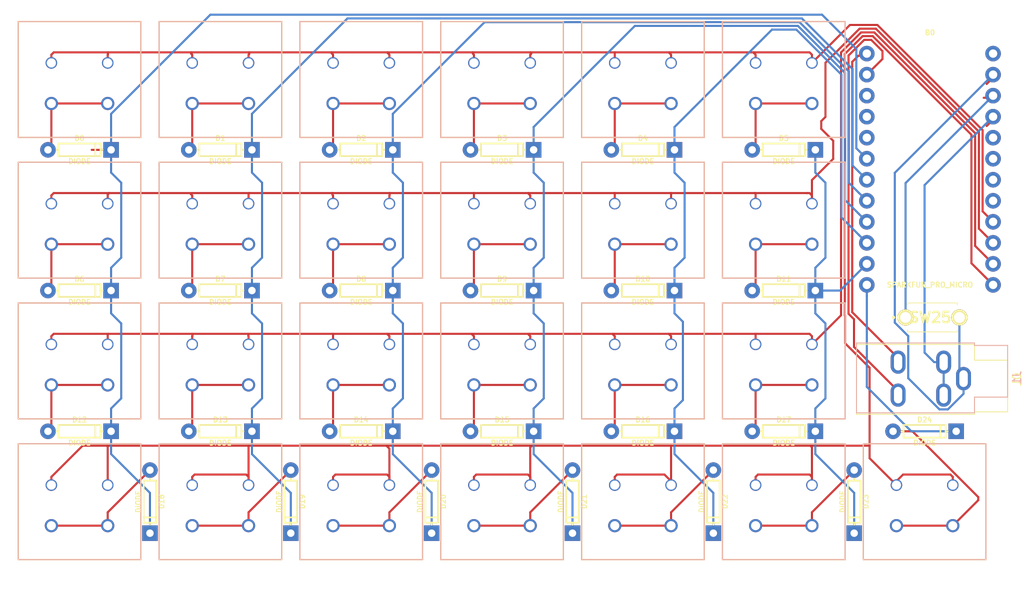
<source format=kicad_pcb>
(kicad_pcb (version 20171130) (host pcbnew "(5.1.2-1)-1")
  (layers (0 F.Cu signal) (31 B.Cu signal) (34 B.Paste user) (35 F.Paste user) (36 B.SilkS user) (37 F.SilkS user) (38 B.Mask user) (39 F.Mask user) (44 Edge.Cuts user))
  (net 0 "")
  (net 1 VCC)
  (net 2 GND)
  (net 3 "Net-(D0-Pad1)")
  (net 4 row0)
  (net 5 "Net-(D1-Pad1)")
  (net 6 "Net-(D2-Pad1)")
  (net 7 "Net-(D3-Pad1)")
  (net 8 "Net-(D4-Pad1)")
  (net 9 "Net-(D5-Pad1)")
  (net 10 "Net-(D6-Pad1)")
  (net 11 row1)
  (net 12 "Net-(D7-Pad1)")
  (net 13 "Net-(D8-Pad1)")
  (net 14 "Net-(D9-Pad1)")
  (net 15 "Net-(D10-Pad1)")
  (net 16 "Net-(D11-Pad1)")
  (net 17 "Net-(D12-Pad1)")
  (net 18 row2)
  (net 19 "Net-(D13-Pad1)")
  (net 20 "Net-(D14-Pad1)")
  (net 21 "Net-(D15-Pad1)")
  (net 22 "Net-(D16-Pad1)")
  (net 23 "Net-(D17-Pad1)")
  (net 24 "Net-(D18-Pad1)")
  (net 25 row3)
  (net 26 "Net-(D19-Pad1)")
  (net 27 "Net-(D20-Pad1)")
  (net 28 "Net-(D21-Pad1)")
  (net 29 "Net-(D22-Pad1)")
  (net 30 "Net-(D23-Pad1)")
  (net 31 "Net-(D24-Pad1)")
  (net 32 RESET)
  (net 33 col6)
  (net 34 col5)
  (net 35 col4)
  (net 36 col3)
  (net 37 col2)
  (net 38 col1)
  (net 39 col0)
  (net 40 rx)
  (net 41 tx)
  (module Boards:SPARKFUN_PRO_MICRO (layer F.Cu) (at 196.9 60.27)
    (fp_text reference B0 (at 0 -15.24) (layer F.SilkS) (effects (font (size 0.6096 0.6096) (thickness 0.127))))
    (fp_text value SPARKFUN_PRO_MICRO (at 0 15.24) (layer F.SilkS) (effects (font (size 0.6096 0.6096) (thickness 0.127))))
    (pad 24 thru_hole circle (at 7.62 -12.7) (size 1.8796 1.8796) (drill 1.016) (layers *.Cu *.Mask))
    (pad 23 thru_hole circle (at 7.62 -10.16) (size 1.8796 1.8796) (drill 1.016) (layers *.Cu *.Mask) (net 2 GND))
    (pad 22 thru_hole circle (at 7.62 -7.62) (size 1.8796 1.8796) (drill 1.016) (layers *.Cu *.Mask) (net 32 RESET))
    (pad 21 thru_hole circle (at 7.62 -5.08) (size 1.8796 1.8796) (drill 1.016) (layers *.Cu *.Mask) (net 1 VCC))
    (pad 20 thru_hole circle (at 7.62 -2.54) (size 1.8796 1.8796) (drill 1.016) (layers *.Cu *.Mask))
    (pad 19 thru_hole circle (at 7.62 0) (size 1.8796 1.8796) (drill 1.016) (layers *.Cu *.Mask))
    (pad 18 thru_hole circle (at 7.62 2.54) (size 1.8796 1.8796) (drill 1.016) (layers *.Cu *.Mask))
    (pad 17 thru_hole circle (at 7.62 5.08) (size 1.8796 1.8796) (drill 1.016) (layers *.Cu *.Mask))
    (pad 16 thru_hole circle (at 7.62 7.62) (size 1.8796 1.8796) (drill 1.016) (layers *.Cu *.Mask) (net 4 row0))
    (pad 15 thru_hole circle (at 7.62 10.16) (size 1.8796 1.8796) (drill 1.016) (layers *.Cu *.Mask) (net 11 row1))
    (pad 14 thru_hole circle (at 7.62 12.7) (size 1.8796 1.8796) (drill 1.016) (layers *.Cu *.Mask) (net 18 row2))
    (pad 13 thru_hole circle (at 7.62 15.24) (size 1.8796 1.8796) (drill 1.016) (layers *.Cu *.Mask) (net 25 row3))
    (pad 12 thru_hole circle (at -7.62 15.24) (size 1.8796 1.8796) (drill 1.016) (layers *.Cu *.Mask) (net 33 col6))
    (pad 11 thru_hole circle (at -7.62 12.7) (size 1.8796 1.8796) (drill 1.016) (layers *.Cu *.Mask) (net 34 col5))
    (pad 10 thru_hole circle (at -7.62 10.16) (size 1.8796 1.8796) (drill 1.016) (layers *.Cu *.Mask) (net 35 col4))
    (pad 9 thru_hole circle (at -7.62 7.62) (size 1.8796 1.8796) (drill 1.016) (layers *.Cu *.Mask) (net 36 col3))
    (pad 8 thru_hole circle (at -7.62 5.08) (size 1.8796 1.8796) (drill 1.016) (layers *.Cu *.Mask) (net 37 col2))
    (pad 7 thru_hole circle (at -7.62 2.54) (size 1.8796 1.8796) (drill 1.016) (layers *.Cu *.Mask) (net 38 col1))
    (pad 6 thru_hole circle (at -7.62 0) (size 1.8796 1.8796) (drill 1.016) (layers *.Cu *.Mask) (net 39 col0))
    (pad 5 thru_hole circle (at -7.62 -2.54) (size 1.8796 1.8796) (drill 1.016) (layers *.Cu *.Mask))
    (pad 4 thru_hole circle (at -7.62 -5.08) (size 1.8796 1.8796) (drill 1.016) (layers *.Cu *.Mask))
    (pad 3 thru_hole circle (at -7.62 -7.62) (size 1.8796 1.8796) (drill 1.016) (layers *.Cu *.Mask))
    (pad 2 thru_hole circle (at -7.62 -10.16) (size 1.8796 1.8796) (drill 1.016) (layers *.Cu *.Mask) (net 40 rx))
    (pad 1 thru_hole circle (at -7.62 -12.7) (size 1.8796 1.8796) (drill 1.016) (layers *.Cu *.Mask) (net 41 tx))
  )
  (module Silicon-Custom:DIODE-1N4148 (layer F.Cu) (at 162.255 59.195)
    (fp_text reference D4 (at 0 -1.397) (layer F.SilkS) (effects (font (size 0.6096 0.6096) (thickness 0.127))))
    (fp_text value DIODE (at 0 1.397) (layer F.SilkS) (effects (font (size 0.6096 0.6096) (thickness 0.127))))
    (pad 2 thru_hole rect (at 3.81 0) (size 1.8796 1.8796) (drill 0.89916) (layers *.Cu *.Mask) (net 35 col4))
    (pad 1 thru_hole circle (at -3.81 0) (size 1.8796 1.8796) (drill 0.89916) (layers *.Cu *.Mask) (net 8 "Net-(D4-Pad1)"))
  )
  (module Silicon-Custom:DIODE-1N4148 (layer F.Cu) (at 179.255 59.195)
    (fp_text reference D5 (at 0 -1.397) (layer F.SilkS) (effects (font (size 0.6096 0.6096) (thickness 0.127))))
    (fp_text value DIODE (at 0 1.397) (layer F.SilkS) (effects (font (size 0.6096 0.6096) (thickness 0.127))))
    (pad 2 thru_hole rect (at 3.81 0) (size 1.8796 1.8796) (drill 0.89916) (layers *.Cu *.Mask) (net 34 col5))
    (pad 1 thru_hole circle (at -3.81 0) (size 1.8796 1.8796) (drill 0.89916) (layers *.Cu *.Mask) (net 9 "Net-(D5-Pad1)"))
  )
  (module Silicon-Custom:DIODE-1N4148 (layer F.Cu) (at 94.255 59.195)
    (fp_text reference D0 (at 0 -1.397) (layer F.SilkS) (effects (font (size 0.6096 0.6096) (thickness 0.127))))
    (fp_text value DIODE (at 0 1.397) (layer F.SilkS) (effects (font (size 0.6096 0.6096) (thickness 0.127))))
    (pad 2 thru_hole rect (at 3.81 0) (size 1.8796 1.8796) (drill 0.89916) (layers *.Cu *.Mask) (net 39 col0))
    (pad 1 thru_hole circle (at -3.81 0) (size 1.8796 1.8796) (drill 0.89916) (layers *.Cu *.Mask) (net 3 "Net-(D0-Pad1)"))
  )
  (module Silicon-Custom:DIODE-1N4148 (layer F.Cu) (at 111.255 59.195)
    (fp_text reference D1 (at 0 -1.397) (layer F.SilkS) (effects (font (size 0.6096 0.6096) (thickness 0.127))))
    (fp_text value DIODE (at 0 1.397) (layer F.SilkS) (effects (font (size 0.6096 0.6096) (thickness 0.127))))
    (pad 2 thru_hole rect (at 3.81 0) (size 1.8796 1.8796) (drill 0.89916) (layers *.Cu *.Mask) (net 38 col1))
    (pad 1 thru_hole circle (at -3.81 0) (size 1.8796 1.8796) (drill 0.89916) (layers *.Cu *.Mask) (net 5 "Net-(D1-Pad1)"))
  )
  (module Silicon-Custom:DIODE-1N4148 (layer F.Cu) (at 128.255 59.195)
    (fp_text reference D2 (at 0 -1.397) (layer F.SilkS) (effects (font (size 0.6096 0.6096) (thickness 0.127))))
    (fp_text value DIODE (at 0 1.397) (layer F.SilkS) (effects (font (size 0.6096 0.6096) (thickness 0.127))))
    (pad 2 thru_hole rect (at 3.81 0) (size 1.8796 1.8796) (drill 0.89916) (layers *.Cu *.Mask) (net 37 col2))
    (pad 1 thru_hole circle (at -3.81 0) (size 1.8796 1.8796) (drill 0.89916) (layers *.Cu *.Mask) (net 6 "Net-(D2-Pad1)"))
  )
  (module Silicon-Custom:DIODE-1N4148 (layer F.Cu) (at 145.255 59.195)
    (fp_text reference D3 (at 0 -1.397) (layer F.SilkS) (effects (font (size 0.6096 0.6096) (thickness 0.127))))
    (fp_text value DIODE (at 0 1.397) (layer F.SilkS) (effects (font (size 0.6096 0.6096) (thickness 0.127))))
    (pad 2 thru_hole rect (at 3.81 0) (size 1.8796 1.8796) (drill 0.89916) (layers *.Cu *.Mask) (net 36 col3))
    (pad 1 thru_hole circle (at -3.81 0) (size 1.8796 1.8796) (drill 0.89916) (layers *.Cu *.Mask) (net 7 "Net-(D3-Pad1)"))
  )
  (module Silicon-Custom:DIODE-1N4148 (layer F.Cu) (at 94.255 76.195)
    (fp_text reference D6 (at 0 -1.397) (layer F.SilkS) (effects (font (size 0.6096 0.6096) (thickness 0.127))))
    (fp_text value DIODE (at 0 1.397) (layer F.SilkS) (effects (font (size 0.6096 0.6096) (thickness 0.127))))
    (pad 2 thru_hole rect (at 3.81 0) (size 1.8796 1.8796) (drill 0.89916) (layers *.Cu *.Mask) (net 39 col0))
    (pad 1 thru_hole circle (at -3.81 0) (size 1.8796 1.8796) (drill 0.89916) (layers *.Cu *.Mask) (net 10 "Net-(D6-Pad1)"))
  )
  (module Silicon-Custom:DIODE-1N4148 (layer F.Cu) (at 111.255 76.195)
    (fp_text reference D7 (at 0 -1.397) (layer F.SilkS) (effects (font (size 0.6096 0.6096) (thickness 0.127))))
    (fp_text value DIODE (at 0 1.397) (layer F.SilkS) (effects (font (size 0.6096 0.6096) (thickness 0.127))))
    (pad 2 thru_hole rect (at 3.81 0) (size 1.8796 1.8796) (drill 0.89916) (layers *.Cu *.Mask) (net 38 col1))
    (pad 1 thru_hole circle (at -3.81 0) (size 1.8796 1.8796) (drill 0.89916) (layers *.Cu *.Mask) (net 12 "Net-(D7-Pad1)"))
  )
  (module Silicon-Custom:DIODE-1N4148 (layer F.Cu) (at 128.255 76.195)
    (fp_text reference D8 (at 0 -1.397) (layer F.SilkS) (effects (font (size 0.6096 0.6096) (thickness 0.127))))
    (fp_text value DIODE (at 0 1.397) (layer F.SilkS) (effects (font (size 0.6096 0.6096) (thickness 0.127))))
    (pad 2 thru_hole rect (at 3.81 0) (size 1.8796 1.8796) (drill 0.89916) (layers *.Cu *.Mask) (net 37 col2))
    (pad 1 thru_hole circle (at -3.81 0) (size 1.8796 1.8796) (drill 0.89916) (layers *.Cu *.Mask) (net 13 "Net-(D8-Pad1)"))
  )
  (module Silicon-Custom:DIODE-1N4148 (layer F.Cu) (at 145.255 76.195)
    (fp_text reference D9 (at 0 -1.397) (layer F.SilkS) (effects (font (size 0.6096 0.6096) (thickness 0.127))))
    (fp_text value DIODE (at 0 1.397) (layer F.SilkS) (effects (font (size 0.6096 0.6096) (thickness 0.127))))
    (pad 2 thru_hole rect (at 3.81 0) (size 1.8796 1.8796) (drill 0.89916) (layers *.Cu *.Mask) (net 36 col3))
    (pad 1 thru_hole circle (at -3.81 0) (size 1.8796 1.8796) (drill 0.89916) (layers *.Cu *.Mask) (net 14 "Net-(D9-Pad1)"))
  )
  (module Silicon-Custom:DIODE-1N4148 (layer F.Cu) (at 162.255 76.195)
    (fp_text reference D10 (at 0 -1.397) (layer F.SilkS) (effects (font (size 0.6096 0.6096) (thickness 0.127))))
    (fp_text value DIODE (at 0 1.397) (layer F.SilkS) (effects (font (size 0.6096 0.6096) (thickness 0.127))))
    (pad 2 thru_hole rect (at 3.81 0) (size 1.8796 1.8796) (drill 0.89916) (layers *.Cu *.Mask) (net 35 col4))
    (pad 1 thru_hole circle (at -3.81 0) (size 1.8796 1.8796) (drill 0.89916) (layers *.Cu *.Mask) (net 15 "Net-(D10-Pad1)"))
  )
  (module Silicon-Custom:DIODE-1N4148 (layer F.Cu) (at 179.255 76.195)
    (fp_text reference D11 (at 0 -1.397) (layer F.SilkS) (effects (font (size 0.6096 0.6096) (thickness 0.127))))
    (fp_text value DIODE (at 0 1.397) (layer F.SilkS) (effects (font (size 0.6096 0.6096) (thickness 0.127))))
    (pad 2 thru_hole rect (at 3.81 0) (size 1.8796 1.8796) (drill 0.89916) (layers *.Cu *.Mask) (net 34 col5))
    (pad 1 thru_hole circle (at -3.81 0) (size 1.8796 1.8796) (drill 0.89916) (layers *.Cu *.Mask) (net 16 "Net-(D11-Pad1)"))
  )
  (module Silicon-Custom:DIODE-1N4148 (layer F.Cu) (at 94.255 93.195)
    (fp_text reference D12 (at 0 -1.397) (layer F.SilkS) (effects (font (size 0.6096 0.6096) (thickness 0.127))))
    (fp_text value DIODE (at 0 1.397) (layer F.SilkS) (effects (font (size 0.6096 0.6096) (thickness 0.127))))
    (pad 2 thru_hole rect (at 3.81 0) (size 1.8796 1.8796) (drill 0.89916) (layers *.Cu *.Mask) (net 39 col0))
    (pad 1 thru_hole circle (at -3.81 0) (size 1.8796 1.8796) (drill 0.89916) (layers *.Cu *.Mask) (net 17 "Net-(D12-Pad1)"))
  )
  (module Silicon-Custom:DIODE-1N4148 (layer F.Cu) (at 111.255 93.195)
    (fp_text reference D13 (at 0 -1.397) (layer F.SilkS) (effects (font (size 0.6096 0.6096) (thickness 0.127))))
    (fp_text value DIODE (at 0 1.397) (layer F.SilkS) (effects (font (size 0.6096 0.6096) (thickness 0.127))))
    (pad 2 thru_hole rect (at 3.81 0) (size 1.8796 1.8796) (drill 0.89916) (layers *.Cu *.Mask) (net 38 col1))
    (pad 1 thru_hole circle (at -3.81 0) (size 1.8796 1.8796) (drill 0.89916) (layers *.Cu *.Mask) (net 19 "Net-(D13-Pad1)"))
  )
  (module Silicon-Custom:DIODE-1N4148 (layer F.Cu) (at 128.255 93.195)
    (fp_text reference D14 (at 0 -1.397) (layer F.SilkS) (effects (font (size 0.6096 0.6096) (thickness 0.127))))
    (fp_text value DIODE (at 0 1.397) (layer F.SilkS) (effects (font (size 0.6096 0.6096) (thickness 0.127))))
    (pad 2 thru_hole rect (at 3.81 0) (size 1.8796 1.8796) (drill 0.89916) (layers *.Cu *.Mask) (net 37 col2))
    (pad 1 thru_hole circle (at -3.81 0) (size 1.8796 1.8796) (drill 0.89916) (layers *.Cu *.Mask) (net 20 "Net-(D14-Pad1)"))
  )
  (module Silicon-Custom:DIODE-1N4148 (layer F.Cu) (at 145.255 93.195)
    (fp_text reference D15 (at 0 -1.397) (layer F.SilkS) (effects (font (size 0.6096 0.6096) (thickness 0.127))))
    (fp_text value DIODE (at 0 1.397) (layer F.SilkS) (effects (font (size 0.6096 0.6096) (thickness 0.127))))
    (pad 2 thru_hole rect (at 3.81 0) (size 1.8796 1.8796) (drill 0.89916) (layers *.Cu *.Mask) (net 36 col3))
    (pad 1 thru_hole circle (at -3.81 0) (size 1.8796 1.8796) (drill 0.89916) (layers *.Cu *.Mask) (net 21 "Net-(D15-Pad1)"))
  )
  (module Silicon-Custom:DIODE-1N4148 (layer F.Cu) (at 162.255 93.195)
    (fp_text reference D16 (at 0 -1.397) (layer F.SilkS) (effects (font (size 0.6096 0.6096) (thickness 0.127))))
    (fp_text value DIODE (at 0 1.397) (layer F.SilkS) (effects (font (size 0.6096 0.6096) (thickness 0.127))))
    (pad 2 thru_hole rect (at 3.81 0) (size 1.8796 1.8796) (drill 0.89916) (layers *.Cu *.Mask) (net 35 col4))
    (pad 1 thru_hole circle (at -3.81 0) (size 1.8796 1.8796) (drill 0.89916) (layers *.Cu *.Mask) (net 22 "Net-(D16-Pad1)"))
  )
  (module Silicon-Custom:DIODE-1N4148 (layer F.Cu) (at 179.255 93.195)
    (fp_text reference D17 (at 0 -1.397) (layer F.SilkS) (effects (font (size 0.6096 0.6096) (thickness 0.127))))
    (fp_text value DIODE (at 0 1.397) (layer F.SilkS) (effects (font (size 0.6096 0.6096) (thickness 0.127))))
    (pad 2 thru_hole rect (at 3.81 0) (size 1.8796 1.8796) (drill 0.89916) (layers *.Cu *.Mask) (net 34 col5))
    (pad 1 thru_hole circle (at -3.81 0) (size 1.8796 1.8796) (drill 0.89916) (layers *.Cu *.Mask) (net 23 "Net-(D17-Pad1)"))
  )
  (module Silicon-Custom:DIODE-1N4148 (layer F.Cu) (at 102.755 101.695 270)
    (fp_text reference D18 (at 0 -1.397 90) (layer F.SilkS) (effects (font (size 0.6096 0.6096) (thickness 0.127))))
    (fp_text value DIODE (at 0 1.397 90) (layer F.SilkS) (effects (font (size 0.6096 0.6096) (thickness 0.127))))
    (pad 2 thru_hole rect (at 3.81 0 270) (size 1.8796 1.8796) (drill 0.89916) (layers *.Cu *.Mask) (net 39 col0))
    (pad 1 thru_hole circle (at -3.81 0 270) (size 1.8796 1.8796) (drill 0.89916) (layers *.Cu *.Mask) (net 24 "Net-(D18-Pad1)"))
  )
  (module Silicon-Custom:DIODE-1N4148 (layer F.Cu) (at 119.755 101.695 270)
    (fp_text reference D19 (at 0 -1.397 90) (layer F.SilkS) (effects (font (size 0.6096 0.6096) (thickness 0.127))))
    (fp_text value DIODE (at 0 1.397 90) (layer F.SilkS) (effects (font (size 0.6096 0.6096) (thickness 0.127))))
    (pad 2 thru_hole rect (at 3.81 0 270) (size 1.8796 1.8796) (drill 0.89916) (layers *.Cu *.Mask) (net 38 col1))
    (pad 1 thru_hole circle (at -3.81 0 270) (size 1.8796 1.8796) (drill 0.89916) (layers *.Cu *.Mask) (net 26 "Net-(D19-Pad1)"))
  )
  (module Silicon-Custom:DIODE-1N4148 (layer F.Cu) (at 136.755 101.695 270)
    (fp_text reference D20 (at 0 -1.397 90) (layer F.SilkS) (effects (font (size 0.6096 0.6096) (thickness 0.127))))
    (fp_text value DIODE (at 0 1.397 90) (layer F.SilkS) (effects (font (size 0.6096 0.6096) (thickness 0.127))))
    (pad 2 thru_hole rect (at 3.81 0 270) (size 1.8796 1.8796) (drill 0.89916) (layers *.Cu *.Mask) (net 37 col2))
    (pad 1 thru_hole circle (at -3.81 0 270) (size 1.8796 1.8796) (drill 0.89916) (layers *.Cu *.Mask) (net 27 "Net-(D20-Pad1)"))
  )
  (module Silicon-Custom:DIODE-1N4148 (layer F.Cu) (at 153.755 101.695 270)
    (fp_text reference D21 (at 0 -1.397 90) (layer F.SilkS) (effects (font (size 0.6096 0.6096) (thickness 0.127))))
    (fp_text value DIODE (at 0 1.397 90) (layer F.SilkS) (effects (font (size 0.6096 0.6096) (thickness 0.127))))
    (pad 2 thru_hole rect (at 3.81 0 270) (size 1.8796 1.8796) (drill 0.89916) (layers *.Cu *.Mask) (net 36 col3))
    (pad 1 thru_hole circle (at -3.81 0 270) (size 1.8796 1.8796) (drill 0.89916) (layers *.Cu *.Mask) (net 28 "Net-(D21-Pad1)"))
  )
  (module Silicon-Custom:DIODE-1N4148 (layer F.Cu) (at 170.755 101.695 270)
    (fp_text reference D22 (at 0 -1.397 90) (layer F.SilkS) (effects (font (size 0.6096 0.6096) (thickness 0.127))))
    (fp_text value DIODE (at 0 1.397 90) (layer F.SilkS) (effects (font (size 0.6096 0.6096) (thickness 0.127))))
    (pad 2 thru_hole rect (at 3.81 0 270) (size 1.8796 1.8796) (drill 0.89916) (layers *.Cu *.Mask) (net 35 col4))
    (pad 1 thru_hole circle (at -3.81 0 270) (size 1.8796 1.8796) (drill 0.89916) (layers *.Cu *.Mask) (net 29 "Net-(D22-Pad1)"))
  )
  (module Silicon-Custom:DIODE-1N4148 (layer F.Cu) (at 187.755 101.695 270)
    (fp_text reference D23 (at 0 -1.397 90) (layer F.SilkS) (effects (font (size 0.6096 0.6096) (thickness 0.127))))
    (fp_text value DIODE (at 0 1.397 90) (layer F.SilkS) (effects (font (size 0.6096 0.6096) (thickness 0.127))))
    (pad 2 thru_hole rect (at 3.81 0 270) (size 1.8796 1.8796) (drill 0.89916) (layers *.Cu *.Mask) (net 34 col5))
    (pad 1 thru_hole circle (at -3.81 0 270) (size 1.8796 1.8796) (drill 0.89916) (layers *.Cu *.Mask) (net 30 "Net-(D23-Pad1)"))
  )
  (module Silicon-Custom:DIODE-1N4148 (layer F.Cu) (at 196.255 93.195)
    (fp_text reference D24 (at 0 -1.397) (layer F.SilkS) (effects (font (size 0.6096 0.6096) (thickness 0.127))))
    (fp_text value DIODE (at 0 1.397) (layer F.SilkS) (effects (font (size 0.6096 0.6096) (thickness 0.127))))
    (pad 2 thru_hole rect (at 3.81 0) (size 1.8796 1.8796) (drill 0.89916) (layers *.Cu *.Mask) (net 33 col6))
    (pad 1 thru_hole circle (at -3.81 0) (size 1.8796 1.8796) (drill 0.89916) (layers *.Cu *.Mask) (net 31 "Net-(D24-Pad1)"))
  )
  (module kailh-pg1425-x-switch:Kailh-PG1425-X-Switch-reversible (layer F.Cu) (at 107.855 70.595 180)
    (fp_text reference SW7 hide)
    (fp_text value SW_Push)
    (pad 1 thru_hole circle (at -6.800008 -0.000164) (size 1.6 1.6) (drill 1.1) (layers *.Cu *.Mask) (net 12 "Net-(D7-Pad1)"))
    (pad "" np_thru_hole circle (at -8.900008 -2.600164) (size 1.3 1.3) (drill 1.3) (layers *.Cu *.Mask))
    (pad "" np_thru_hole circle (at 2.099992 8.399836) (size 1.3 1.3) (drill 1.3) (layers *.Cu *.Mask))
    (pad 2 thru_hole circle (at -6.800008 4.899836) (size 1.4 1.4) (drill 1.1) (layers *.Cu *.Mask) (net 11 row1))
    (pad "" np_thru_hole circle (at -8.9 8.4 180) (size 1.3 1.3) (drill 1.3) (layers *.Cu *.Mask))
    (pad "" np_thru_hole circle (at 2.1 -2.6 180) (size 1.3 1.3) (drill 1.3) (layers *.Cu *.Mask))
    (pad 2 thru_hole circle (at 0 4.9 180) (size 1.4 1.4) (drill 1.1) (layers *.Cu *.Mask) (net 11 row1))
    (pad 1 thru_hole circle (at 0 0 180) (size 1.6 1.6) (drill 1.1) (layers *.Cu *.Mask) (net 12 "Net-(D7-Pad1)"))
    (pad "" np_thru_hole oval (at -3.4 3.8 180) (size 5.1 4.1) (drill oval 5.1 4.1) (layers *.Cu *.Mask))
    (pad "" np_thru_hole oval (at -1.85 3.8 180) (size 2 4.1) (drill oval 2 4.1) (layers *.Cu *.Mask))
    (pad "" np_thru_hole oval (at -4.95 3.8 180) (size 2 4.1) (drill oval 2 4.1) (layers *.Cu *.Mask))
    (pad "" np_thru_hole oval (at -1 3.8 180) (size 0.3 4.1) (drill oval 0.3 4.1) (layers *.Cu *.Mask))
    (pad "" np_thru_hole oval (at -5.8 3.8 180) (size 0.3 4.1) (drill oval 0.3 4.1) (layers *.Cu *.Mask))
    (pad "" np_thru_hole oval (at -3.4 5.7 180) (size 5.1 0.3) (drill oval 5.1 0.3) (layers *.Cu *.Mask))
    (pad "" np_thru_hole oval (at -3.4 1.9 180) (size 5.1 0.3) (drill oval 5.1 0.3) (layers *.Cu *.Mask))
  )
  (module Connector_Audio:Jack_3.5mm_CUI_SJ1-3533NG_Horizontal (layer F.Cu) (at 200.954999 86.825001 270)
    (fp_text reference J0 (at 0.1 -6.45 90) (layer F.SilkS))
    (fp_text value AudioJack3)
    (pad S thru_hole oval (at 0 0 270) (size 2.8 1.8) (drill oval 2 1) (layers *.Cu *.Mask) (net 2 GND))
    (pad T thru_hole oval (at 2 2.4 270) (size 2.8 1.8) (drill oval 2 1) (layers *.Cu *.Mask) (net 1 VCC))
    (pad R thru_hole oval (at 2 7.9 270) (size 2.8 1.8) (drill oval 2 1) (layers *.Cu *.Mask) (net 40 rx))
  )
  (module Connector_Audio:Jack_3.5mm_CUI_SJ1-3533NG_Horizontal (layer B.Cu) (at 200.955 86.845 90)
    (fp_text reference J1 (at 0.1 6.45 90) (layer B.SilkS) (effects (justify mirror)))
    (fp_text value AudioJack3)
    (pad S thru_hole oval (at 0 0 90) (size 2.8 1.8) (drill oval 2 1) (layers *.Cu *.Mask) (net 2 GND))
    (pad T thru_hole oval (at 2 -2.4 90) (size 2.8 1.8) (drill oval 2 1) (layers *.Cu *.Mask) (net 1 VCC))
    (pad R thru_hole oval (at 2 -7.9 90) (size 2.8 1.8) (drill oval 2 1) (layers *.Cu *.Mask) (net 41 tx))
  )
  (module kailh-pg1425-x-switch:Kailh-PG1425-X-Switch-reversible (layer F.Cu) (at 90.855 53.595 180)
    (fp_text reference SW0 hide)
    (fp_text value SW_Push)
    (pad 1 thru_hole circle (at -6.800008 -0.000164) (size 1.6 1.6) (drill 1.1) (layers *.Cu *.Mask) (net 3 "Net-(D0-Pad1)"))
    (pad "" np_thru_hole circle (at -8.900008 -2.600164) (size 1.3 1.3) (drill 1.3) (layers *.Cu *.Mask))
    (pad "" np_thru_hole circle (at 2.099992 8.399836) (size 1.3 1.3) (drill 1.3) (layers *.Cu *.Mask))
    (pad 2 thru_hole circle (at -6.800008 4.899836) (size 1.4 1.4) (drill 1.1) (layers *.Cu *.Mask) (net 4 row0))
    (pad "" np_thru_hole circle (at -8.9 8.4 180) (size 1.3 1.3) (drill 1.3) (layers *.Cu *.Mask))
    (pad "" np_thru_hole circle (at 2.1 -2.6 180) (size 1.3 1.3) (drill 1.3) (layers *.Cu *.Mask))
    (pad 2 thru_hole circle (at 0 4.9 180) (size 1.4 1.4) (drill 1.1) (layers *.Cu *.Mask) (net 4 row0))
    (pad 1 thru_hole circle (at 0 0 180) (size 1.6 1.6) (drill 1.1) (layers *.Cu *.Mask) (net 3 "Net-(D0-Pad1)"))
    (pad "" np_thru_hole oval (at -3.4 3.8 180) (size 5.1 4.1) (drill oval 5.1 4.1) (layers *.Cu *.Mask))
    (pad "" np_thru_hole oval (at -1.85 3.8 180) (size 2 4.1) (drill oval 2 4.1) (layers *.Cu *.Mask))
    (pad "" np_thru_hole oval (at -4.95 3.8 180) (size 2 4.1) (drill oval 2 4.1) (layers *.Cu *.Mask))
    (pad "" np_thru_hole oval (at -1 3.8 180) (size 0.3 4.1) (drill oval 0.3 4.1) (layers *.Cu *.Mask))
    (pad "" np_thru_hole oval (at -5.8 3.8 180) (size 0.3 4.1) (drill oval 0.3 4.1) (layers *.Cu *.Mask))
    (pad "" np_thru_hole oval (at -3.4 5.7 180) (size 5.1 0.3) (drill oval 5.1 0.3) (layers *.Cu *.Mask))
    (pad "" np_thru_hole oval (at -3.4 1.9 180) (size 5.1 0.3) (drill oval 5.1 0.3) (layers *.Cu *.Mask))
  )
  (module kailh-pg1425-x-switch:Kailh-PG1425-X-Switch-reversible (layer F.Cu) (at 107.855 53.595 180)
    (fp_text reference SW1 hide)
    (fp_text value SW_Push)
    (pad 1 thru_hole circle (at -6.800008 -0.000164) (size 1.6 1.6) (drill 1.1) (layers *.Cu *.Mask) (net 5 "Net-(D1-Pad1)"))
    (pad "" np_thru_hole circle (at -8.900008 -2.600164) (size 1.3 1.3) (drill 1.3) (layers *.Cu *.Mask))
    (pad "" np_thru_hole circle (at 2.099992 8.399836) (size 1.3 1.3) (drill 1.3) (layers *.Cu *.Mask))
    (pad 2 thru_hole circle (at -6.800008 4.899836) (size 1.4 1.4) (drill 1.1) (layers *.Cu *.Mask) (net 4 row0))
    (pad "" np_thru_hole circle (at -8.9 8.4 180) (size 1.3 1.3) (drill 1.3) (layers *.Cu *.Mask))
    (pad "" np_thru_hole circle (at 2.1 -2.6 180) (size 1.3 1.3) (drill 1.3) (layers *.Cu *.Mask))
    (pad 2 thru_hole circle (at 0 4.9 180) (size 1.4 1.4) (drill 1.1) (layers *.Cu *.Mask) (net 4 row0))
    (pad 1 thru_hole circle (at 0 0 180) (size 1.6 1.6) (drill 1.1) (layers *.Cu *.Mask) (net 5 "Net-(D1-Pad1)"))
    (pad "" np_thru_hole oval (at -3.4 3.8 180) (size 5.1 4.1) (drill oval 5.1 4.1) (layers *.Cu *.Mask))
    (pad "" np_thru_hole oval (at -1.85 3.8 180) (size 2 4.1) (drill oval 2 4.1) (layers *.Cu *.Mask))
    (pad "" np_thru_hole oval (at -4.95 3.8 180) (size 2 4.1) (drill oval 2 4.1) (layers *.Cu *.Mask))
    (pad "" np_thru_hole oval (at -1 3.8 180) (size 0.3 4.1) (drill oval 0.3 4.1) (layers *.Cu *.Mask))
    (pad "" np_thru_hole oval (at -5.8 3.8 180) (size 0.3 4.1) (drill oval 0.3 4.1) (layers *.Cu *.Mask))
    (pad "" np_thru_hole oval (at -3.4 5.7 180) (size 5.1 0.3) (drill oval 5.1 0.3) (layers *.Cu *.Mask))
    (pad "" np_thru_hole oval (at -3.4 1.9 180) (size 5.1 0.3) (drill oval 5.1 0.3) (layers *.Cu *.Mask))
  )
  (module kailh-pg1425-x-switch:Kailh-PG1425-X-Switch-reversible (layer F.Cu) (at 124.855 53.595 180)
    (fp_text reference SW2 hide)
    (fp_text value SW_Push)
    (pad 1 thru_hole circle (at -6.800008 -0.000164) (size 1.6 1.6) (drill 1.1) (layers *.Cu *.Mask) (net 6 "Net-(D2-Pad1)"))
    (pad "" np_thru_hole circle (at -8.900008 -2.600164) (size 1.3 1.3) (drill 1.3) (layers *.Cu *.Mask))
    (pad "" np_thru_hole circle (at 2.099992 8.399836) (size 1.3 1.3) (drill 1.3) (layers *.Cu *.Mask))
    (pad 2 thru_hole circle (at -6.800008 4.899836) (size 1.4 1.4) (drill 1.1) (layers *.Cu *.Mask) (net 4 row0))
    (pad "" np_thru_hole circle (at -8.9 8.4 180) (size 1.3 1.3) (drill 1.3) (layers *.Cu *.Mask))
    (pad "" np_thru_hole circle (at 2.1 -2.6 180) (size 1.3 1.3) (drill 1.3) (layers *.Cu *.Mask))
    (pad 2 thru_hole circle (at 0 4.9 180) (size 1.4 1.4) (drill 1.1) (layers *.Cu *.Mask) (net 4 row0))
    (pad 1 thru_hole circle (at 0 0 180) (size 1.6 1.6) (drill 1.1) (layers *.Cu *.Mask) (net 6 "Net-(D2-Pad1)"))
    (pad "" np_thru_hole oval (at -3.4 3.8 180) (size 5.1 4.1) (drill oval 5.1 4.1) (layers *.Cu *.Mask))
    (pad "" np_thru_hole oval (at -1.85 3.8 180) (size 2 4.1) (drill oval 2 4.1) (layers *.Cu *.Mask))
    (pad "" np_thru_hole oval (at -4.95 3.8 180) (size 2 4.1) (drill oval 2 4.1) (layers *.Cu *.Mask))
    (pad "" np_thru_hole oval (at -1 3.8 180) (size 0.3 4.1) (drill oval 0.3 4.1) (layers *.Cu *.Mask))
    (pad "" np_thru_hole oval (at -5.8 3.8 180) (size 0.3 4.1) (drill oval 0.3 4.1) (layers *.Cu *.Mask))
    (pad "" np_thru_hole oval (at -3.4 5.7 180) (size 5.1 0.3) (drill oval 5.1 0.3) (layers *.Cu *.Mask))
    (pad "" np_thru_hole oval (at -3.4 1.9 180) (size 5.1 0.3) (drill oval 5.1 0.3) (layers *.Cu *.Mask))
  )
  (module kailh-pg1425-x-switch:Kailh-PG1425-X-Switch-reversible (layer F.Cu) (at 141.855 53.595 180)
    (fp_text reference SW3 hide)
    (fp_text value SW_Push)
    (pad 1 thru_hole circle (at -6.800008 -0.000164) (size 1.6 1.6) (drill 1.1) (layers *.Cu *.Mask) (net 7 "Net-(D3-Pad1)"))
    (pad "" np_thru_hole circle (at -8.900008 -2.600164) (size 1.3 1.3) (drill 1.3) (layers *.Cu *.Mask))
    (pad "" np_thru_hole circle (at 2.099992 8.399836) (size 1.3 1.3) (drill 1.3) (layers *.Cu *.Mask))
    (pad 2 thru_hole circle (at -6.800008 4.899836) (size 1.4 1.4) (drill 1.1) (layers *.Cu *.Mask) (net 4 row0))
    (pad "" np_thru_hole circle (at -8.9 8.4 180) (size 1.3 1.3) (drill 1.3) (layers *.Cu *.Mask))
    (pad "" np_thru_hole circle (at 2.1 -2.6 180) (size 1.3 1.3) (drill 1.3) (layers *.Cu *.Mask))
    (pad 2 thru_hole circle (at 0 4.9 180) (size 1.4 1.4) (drill 1.1) (layers *.Cu *.Mask) (net 4 row0))
    (pad 1 thru_hole circle (at 0 0 180) (size 1.6 1.6) (drill 1.1) (layers *.Cu *.Mask) (net 7 "Net-(D3-Pad1)"))
    (pad "" np_thru_hole oval (at -3.4 3.8 180) (size 5.1 4.1) (drill oval 5.1 4.1) (layers *.Cu *.Mask))
    (pad "" np_thru_hole oval (at -1.85 3.8 180) (size 2 4.1) (drill oval 2 4.1) (layers *.Cu *.Mask))
    (pad "" np_thru_hole oval (at -4.95 3.8 180) (size 2 4.1) (drill oval 2 4.1) (layers *.Cu *.Mask))
    (pad "" np_thru_hole oval (at -1 3.8 180) (size 0.3 4.1) (drill oval 0.3 4.1) (layers *.Cu *.Mask))
    (pad "" np_thru_hole oval (at -5.8 3.8 180) (size 0.3 4.1) (drill oval 0.3 4.1) (layers *.Cu *.Mask))
    (pad "" np_thru_hole oval (at -3.4 5.7 180) (size 5.1 0.3) (drill oval 5.1 0.3) (layers *.Cu *.Mask))
    (pad "" np_thru_hole oval (at -3.4 1.9 180) (size 5.1 0.3) (drill oval 5.1 0.3) (layers *.Cu *.Mask))
  )
  (module kailh-pg1425-x-switch:Kailh-PG1425-X-Switch-reversible (layer F.Cu) (at 158.855 53.595 180)
    (fp_text reference SW4 hide)
    (fp_text value SW_Push)
    (pad 1 thru_hole circle (at -6.800008 -0.000164) (size 1.6 1.6) (drill 1.1) (layers *.Cu *.Mask) (net 8 "Net-(D4-Pad1)"))
    (pad "" np_thru_hole circle (at -8.900008 -2.600164) (size 1.3 1.3) (drill 1.3) (layers *.Cu *.Mask))
    (pad "" np_thru_hole circle (at 2.099992 8.399836) (size 1.3 1.3) (drill 1.3) (layers *.Cu *.Mask))
    (pad 2 thru_hole circle (at -6.800008 4.899836) (size 1.4 1.4) (drill 1.1) (layers *.Cu *.Mask) (net 4 row0))
    (pad "" np_thru_hole circle (at -8.9 8.4 180) (size 1.3 1.3) (drill 1.3) (layers *.Cu *.Mask))
    (pad "" np_thru_hole circle (at 2.1 -2.6 180) (size 1.3 1.3) (drill 1.3) (layers *.Cu *.Mask))
    (pad 2 thru_hole circle (at 0 4.9 180) (size 1.4 1.4) (drill 1.1) (layers *.Cu *.Mask) (net 4 row0))
    (pad 1 thru_hole circle (at 0 0 180) (size 1.6 1.6) (drill 1.1) (layers *.Cu *.Mask) (net 8 "Net-(D4-Pad1)"))
    (pad "" np_thru_hole oval (at -3.4 3.8 180) (size 5.1 4.1) (drill oval 5.1 4.1) (layers *.Cu *.Mask))
    (pad "" np_thru_hole oval (at -1.85 3.8 180) (size 2 4.1) (drill oval 2 4.1) (layers *.Cu *.Mask))
    (pad "" np_thru_hole oval (at -4.95 3.8 180) (size 2 4.1) (drill oval 2 4.1) (layers *.Cu *.Mask))
    (pad "" np_thru_hole oval (at -1 3.8 180) (size 0.3 4.1) (drill oval 0.3 4.1) (layers *.Cu *.Mask))
    (pad "" np_thru_hole oval (at -5.8 3.8 180) (size 0.3 4.1) (drill oval 0.3 4.1) (layers *.Cu *.Mask))
    (pad "" np_thru_hole oval (at -3.4 5.7 180) (size 5.1 0.3) (drill oval 5.1 0.3) (layers *.Cu *.Mask))
    (pad "" np_thru_hole oval (at -3.4 1.9 180) (size 5.1 0.3) (drill oval 5.1 0.3) (layers *.Cu *.Mask))
  )
  (module kailh-pg1425-x-switch:Kailh-PG1425-X-Switch-reversible (layer F.Cu) (at 175.855 53.595 180)
    (fp_text reference SW5 hide)
    (fp_text value SW_Push)
    (pad 1 thru_hole circle (at -6.800008 -0.000164) (size 1.6 1.6) (drill 1.1) (layers *.Cu *.Mask) (net 9 "Net-(D5-Pad1)"))
    (pad "" np_thru_hole circle (at -8.900008 -2.600164) (size 1.3 1.3) (drill 1.3) (layers *.Cu *.Mask))
    (pad "" np_thru_hole circle (at 2.099992 8.399836) (size 1.3 1.3) (drill 1.3) (layers *.Cu *.Mask))
    (pad 2 thru_hole circle (at -6.800008 4.899836) (size 1.4 1.4) (drill 1.1) (layers *.Cu *.Mask) (net 4 row0))
    (pad "" np_thru_hole circle (at -8.9 8.4 180) (size 1.3 1.3) (drill 1.3) (layers *.Cu *.Mask))
    (pad "" np_thru_hole circle (at 2.1 -2.6 180) (size 1.3 1.3) (drill 1.3) (layers *.Cu *.Mask))
    (pad 2 thru_hole circle (at 0 4.9 180) (size 1.4 1.4) (drill 1.1) (layers *.Cu *.Mask) (net 4 row0))
    (pad 1 thru_hole circle (at 0 0 180) (size 1.6 1.6) (drill 1.1) (layers *.Cu *.Mask) (net 9 "Net-(D5-Pad1)"))
    (pad "" np_thru_hole oval (at -3.4 3.8 180) (size 5.1 4.1) (drill oval 5.1 4.1) (layers *.Cu *.Mask))
    (pad "" np_thru_hole oval (at -1.85 3.8 180) (size 2 4.1) (drill oval 2 4.1) (layers *.Cu *.Mask))
    (pad "" np_thru_hole oval (at -4.95 3.8 180) (size 2 4.1) (drill oval 2 4.1) (layers *.Cu *.Mask))
    (pad "" np_thru_hole oval (at -1 3.8 180) (size 0.3 4.1) (drill oval 0.3 4.1) (layers *.Cu *.Mask))
    (pad "" np_thru_hole oval (at -5.8 3.8 180) (size 0.3 4.1) (drill oval 0.3 4.1) (layers *.Cu *.Mask))
    (pad "" np_thru_hole oval (at -3.4 5.7 180) (size 5.1 0.3) (drill oval 5.1 0.3) (layers *.Cu *.Mask))
    (pad "" np_thru_hole oval (at -3.4 1.9 180) (size 5.1 0.3) (drill oval 5.1 0.3) (layers *.Cu *.Mask))
  )
  (module kailh-pg1425-x-switch:Kailh-PG1425-X-Switch-reversible (layer F.Cu) (at 90.855 70.595 180)
    (fp_text reference SW6 hide)
    (fp_text value SW_Push)
    (pad 1 thru_hole circle (at -6.800008 -0.000164) (size 1.6 1.6) (drill 1.1) (layers *.Cu *.Mask) (net 10 "Net-(D6-Pad1)"))
    (pad "" np_thru_hole circle (at -8.900008 -2.600164) (size 1.3 1.3) (drill 1.3) (layers *.Cu *.Mask))
    (pad "" np_thru_hole circle (at 2.099992 8.399836) (size 1.3 1.3) (drill 1.3) (layers *.Cu *.Mask))
    (pad 2 thru_hole circle (at -6.800008 4.899836) (size 1.4 1.4) (drill 1.1) (layers *.Cu *.Mask) (net 11 row1))
    (pad "" np_thru_hole circle (at -8.9 8.4 180) (size 1.3 1.3) (drill 1.3) (layers *.Cu *.Mask))
    (pad "" np_thru_hole circle (at 2.1 -2.6 180) (size 1.3 1.3) (drill 1.3) (layers *.Cu *.Mask))
    (pad 2 thru_hole circle (at 0 4.9 180) (size 1.4 1.4) (drill 1.1) (layers *.Cu *.Mask) (net 11 row1))
    (pad 1 thru_hole circle (at 0 0 180) (size 1.6 1.6) (drill 1.1) (layers *.Cu *.Mask) (net 10 "Net-(D6-Pad1)"))
    (pad "" np_thru_hole oval (at -3.4 3.8 180) (size 5.1 4.1) (drill oval 5.1 4.1) (layers *.Cu *.Mask))
    (pad "" np_thru_hole oval (at -1.85 3.8 180) (size 2 4.1) (drill oval 2 4.1) (layers *.Cu *.Mask))
    (pad "" np_thru_hole oval (at -4.95 3.8 180) (size 2 4.1) (drill oval 2 4.1) (layers *.Cu *.Mask))
    (pad "" np_thru_hole oval (at -1 3.8 180) (size 0.3 4.1) (drill oval 0.3 4.1) (layers *.Cu *.Mask))
    (pad "" np_thru_hole oval (at -5.8 3.8 180) (size 0.3 4.1) (drill oval 0.3 4.1) (layers *.Cu *.Mask))
    (pad "" np_thru_hole oval (at -3.4 5.7 180) (size 5.1 0.3) (drill oval 5.1 0.3) (layers *.Cu *.Mask))
    (pad "" np_thru_hole oval (at -3.4 1.9 180) (size 5.1 0.3) (drill oval 5.1 0.3) (layers *.Cu *.Mask))
  )
  (module kailh-pg1425-x-switch:Kailh-PG1425-X-Switch-reversible (layer F.Cu) (at 124.855 70.595 180)
    (fp_text reference SW8 hide)
    (fp_text value SW_Push)
    (pad 1 thru_hole circle (at -6.800008 -0.000164) (size 1.6 1.6) (drill 1.1) (layers *.Cu *.Mask) (net 13 "Net-(D8-Pad1)"))
    (pad "" np_thru_hole circle (at -8.900008 -2.600164) (size 1.3 1.3) (drill 1.3) (layers *.Cu *.Mask))
    (pad "" np_thru_hole circle (at 2.099992 8.399836) (size 1.3 1.3) (drill 1.3) (layers *.Cu *.Mask))
    (pad 2 thru_hole circle (at -6.800008 4.899836) (size 1.4 1.4) (drill 1.1) (layers *.Cu *.Mask) (net 11 row1))
    (pad "" np_thru_hole circle (at -8.9 8.4 180) (size 1.3 1.3) (drill 1.3) (layers *.Cu *.Mask))
    (pad "" np_thru_hole circle (at 2.1 -2.6 180) (size 1.3 1.3) (drill 1.3) (layers *.Cu *.Mask))
    (pad 2 thru_hole circle (at 0 4.9 180) (size 1.4 1.4) (drill 1.1) (layers *.Cu *.Mask) (net 11 row1))
    (pad 1 thru_hole circle (at 0 0 180) (size 1.6 1.6) (drill 1.1) (layers *.Cu *.Mask) (net 13 "Net-(D8-Pad1)"))
    (pad "" np_thru_hole oval (at -3.4 3.8 180) (size 5.1 4.1) (drill oval 5.1 4.1) (layers *.Cu *.Mask))
    (pad "" np_thru_hole oval (at -1.85 3.8 180) (size 2 4.1) (drill oval 2 4.1) (layers *.Cu *.Mask))
    (pad "" np_thru_hole oval (at -4.95 3.8 180) (size 2 4.1) (drill oval 2 4.1) (layers *.Cu *.Mask))
    (pad "" np_thru_hole oval (at -1 3.8 180) (size 0.3 4.1) (drill oval 0.3 4.1) (layers *.Cu *.Mask))
    (pad "" np_thru_hole oval (at -5.8 3.8 180) (size 0.3 4.1) (drill oval 0.3 4.1) (layers *.Cu *.Mask))
    (pad "" np_thru_hole oval (at -3.4 5.7 180) (size 5.1 0.3) (drill oval 5.1 0.3) (layers *.Cu *.Mask))
    (pad "" np_thru_hole oval (at -3.4 1.9 180) (size 5.1 0.3) (drill oval 5.1 0.3) (layers *.Cu *.Mask))
  )
  (module kailh-pg1425-x-switch:Kailh-PG1425-X-Switch-reversible (layer F.Cu) (at 141.855 70.595 180)
    (fp_text reference SW9 hide)
    (fp_text value SW_Push)
    (pad 1 thru_hole circle (at -6.800008 -0.000164) (size 1.6 1.6) (drill 1.1) (layers *.Cu *.Mask) (net 14 "Net-(D9-Pad1)"))
    (pad "" np_thru_hole circle (at -8.900008 -2.600164) (size 1.3 1.3) (drill 1.3) (layers *.Cu *.Mask))
    (pad "" np_thru_hole circle (at 2.099992 8.399836) (size 1.3 1.3) (drill 1.3) (layers *.Cu *.Mask))
    (pad 2 thru_hole circle (at -6.800008 4.899836) (size 1.4 1.4) (drill 1.1) (layers *.Cu *.Mask) (net 11 row1))
    (pad "" np_thru_hole circle (at -8.9 8.4 180) (size 1.3 1.3) (drill 1.3) (layers *.Cu *.Mask))
    (pad "" np_thru_hole circle (at 2.1 -2.6 180) (size 1.3 1.3) (drill 1.3) (layers *.Cu *.Mask))
    (pad 2 thru_hole circle (at 0 4.9 180) (size 1.4 1.4) (drill 1.1) (layers *.Cu *.Mask) (net 11 row1))
    (pad 1 thru_hole circle (at 0 0 180) (size 1.6 1.6) (drill 1.1) (layers *.Cu *.Mask) (net 14 "Net-(D9-Pad1)"))
    (pad "" np_thru_hole oval (at -3.4 3.8 180) (size 5.1 4.1) (drill oval 5.1 4.1) (layers *.Cu *.Mask))
    (pad "" np_thru_hole oval (at -1.85 3.8 180) (size 2 4.1) (drill oval 2 4.1) (layers *.Cu *.Mask))
    (pad "" np_thru_hole oval (at -4.95 3.8 180) (size 2 4.1) (drill oval 2 4.1) (layers *.Cu *.Mask))
    (pad "" np_thru_hole oval (at -1 3.8 180) (size 0.3 4.1) (drill oval 0.3 4.1) (layers *.Cu *.Mask))
    (pad "" np_thru_hole oval (at -5.8 3.8 180) (size 0.3 4.1) (drill oval 0.3 4.1) (layers *.Cu *.Mask))
    (pad "" np_thru_hole oval (at -3.4 5.7 180) (size 5.1 0.3) (drill oval 5.1 0.3) (layers *.Cu *.Mask))
    (pad "" np_thru_hole oval (at -3.4 1.9 180) (size 5.1 0.3) (drill oval 5.1 0.3) (layers *.Cu *.Mask))
  )
  (module kailh-pg1425-x-switch:Kailh-PG1425-X-Switch-reversible (layer F.Cu) (at 158.855 70.595 180)
    (fp_text reference SW10 hide)
    (fp_text value SW_Push)
    (pad 1 thru_hole circle (at -6.800008 -0.000164) (size 1.6 1.6) (drill 1.1) (layers *.Cu *.Mask) (net 15 "Net-(D10-Pad1)"))
    (pad "" np_thru_hole circle (at -8.900008 -2.600164) (size 1.3 1.3) (drill 1.3) (layers *.Cu *.Mask))
    (pad "" np_thru_hole circle (at 2.099992 8.399836) (size 1.3 1.3) (drill 1.3) (layers *.Cu *.Mask))
    (pad 2 thru_hole circle (at -6.800008 4.899836) (size 1.4 1.4) (drill 1.1) (layers *.Cu *.Mask) (net 11 row1))
    (pad "" np_thru_hole circle (at -8.9 8.4 180) (size 1.3 1.3) (drill 1.3) (layers *.Cu *.Mask))
    (pad "" np_thru_hole circle (at 2.1 -2.6 180) (size 1.3 1.3) (drill 1.3) (layers *.Cu *.Mask))
    (pad 2 thru_hole circle (at 0 4.9 180) (size 1.4 1.4) (drill 1.1) (layers *.Cu *.Mask) (net 11 row1))
    (pad 1 thru_hole circle (at 0 0 180) (size 1.6 1.6) (drill 1.1) (layers *.Cu *.Mask) (net 15 "Net-(D10-Pad1)"))
    (pad "" np_thru_hole oval (at -3.4 3.8 180) (size 5.1 4.1) (drill oval 5.1 4.1) (layers *.Cu *.Mask))
    (pad "" np_thru_hole oval (at -1.85 3.8 180) (size 2 4.1) (drill oval 2 4.1) (layers *.Cu *.Mask))
    (pad "" np_thru_hole oval (at -4.95 3.8 180) (size 2 4.1) (drill oval 2 4.1) (layers *.Cu *.Mask))
    (pad "" np_thru_hole oval (at -1 3.8 180) (size 0.3 4.1) (drill oval 0.3 4.1) (layers *.Cu *.Mask))
    (pad "" np_thru_hole oval (at -5.8 3.8 180) (size 0.3 4.1) (drill oval 0.3 4.1) (layers *.Cu *.Mask))
    (pad "" np_thru_hole oval (at -3.4 5.7 180) (size 5.1 0.3) (drill oval 5.1 0.3) (layers *.Cu *.Mask))
    (pad "" np_thru_hole oval (at -3.4 1.9 180) (size 5.1 0.3) (drill oval 5.1 0.3) (layers *.Cu *.Mask))
  )
  (module kailh-pg1425-x-switch:Kailh-PG1425-X-Switch-reversible (layer F.Cu) (at 175.855 70.595 180)
    (fp_text reference SW11 hide)
    (fp_text value SW_Push)
    (pad 1 thru_hole circle (at -6.800008 -0.000164) (size 1.6 1.6) (drill 1.1) (layers *.Cu *.Mask) (net 16 "Net-(D11-Pad1)"))
    (pad "" np_thru_hole circle (at -8.900008 -2.600164) (size 1.3 1.3) (drill 1.3) (layers *.Cu *.Mask))
    (pad "" np_thru_hole circle (at 2.099992 8.399836) (size 1.3 1.3) (drill 1.3) (layers *.Cu *.Mask))
    (pad 2 thru_hole circle (at -6.800008 4.899836) (size 1.4 1.4) (drill 1.1) (layers *.Cu *.Mask) (net 11 row1))
    (pad "" np_thru_hole circle (at -8.9 8.4 180) (size 1.3 1.3) (drill 1.3) (layers *.Cu *.Mask))
    (pad "" np_thru_hole circle (at 2.1 -2.6 180) (size 1.3 1.3) (drill 1.3) (layers *.Cu *.Mask))
    (pad 2 thru_hole circle (at 0 4.9 180) (size 1.4 1.4) (drill 1.1) (layers *.Cu *.Mask) (net 11 row1))
    (pad 1 thru_hole circle (at 0 0 180) (size 1.6 1.6) (drill 1.1) (layers *.Cu *.Mask) (net 16 "Net-(D11-Pad1)"))
    (pad "" np_thru_hole oval (at -3.4 3.8 180) (size 5.1 4.1) (drill oval 5.1 4.1) (layers *.Cu *.Mask))
    (pad "" np_thru_hole oval (at -1.85 3.8 180) (size 2 4.1) (drill oval 2 4.1) (layers *.Cu *.Mask))
    (pad "" np_thru_hole oval (at -4.95 3.8 180) (size 2 4.1) (drill oval 2 4.1) (layers *.Cu *.Mask))
    (pad "" np_thru_hole oval (at -1 3.8 180) (size 0.3 4.1) (drill oval 0.3 4.1) (layers *.Cu *.Mask))
    (pad "" np_thru_hole oval (at -5.8 3.8 180) (size 0.3 4.1) (drill oval 0.3 4.1) (layers *.Cu *.Mask))
    (pad "" np_thru_hole oval (at -3.4 5.7 180) (size 5.1 0.3) (drill oval 5.1 0.3) (layers *.Cu *.Mask))
    (pad "" np_thru_hole oval (at -3.4 1.9 180) (size 5.1 0.3) (drill oval 5.1 0.3) (layers *.Cu *.Mask))
  )
  (module kailh-pg1425-x-switch:Kailh-PG1425-X-Switch-reversible (layer F.Cu) (at 90.855 87.595 180)
    (fp_text reference SW12 hide)
    (fp_text value SW_Push)
    (pad 1 thru_hole circle (at -6.800008 -0.000164) (size 1.6 1.6) (drill 1.1) (layers *.Cu *.Mask) (net 17 "Net-(D12-Pad1)"))
    (pad "" np_thru_hole circle (at -8.900008 -2.600164) (size 1.3 1.3) (drill 1.3) (layers *.Cu *.Mask))
    (pad "" np_thru_hole circle (at 2.099992 8.399836) (size 1.3 1.3) (drill 1.3) (layers *.Cu *.Mask))
    (pad 2 thru_hole circle (at -6.800008 4.899836) (size 1.4 1.4) (drill 1.1) (layers *.Cu *.Mask) (net 18 row2))
    (pad "" np_thru_hole circle (at -8.9 8.4 180) (size 1.3 1.3) (drill 1.3) (layers *.Cu *.Mask))
    (pad "" np_thru_hole circle (at 2.1 -2.6 180) (size 1.3 1.3) (drill 1.3) (layers *.Cu *.Mask))
    (pad 2 thru_hole circle (at 0 4.9 180) (size 1.4 1.4) (drill 1.1) (layers *.Cu *.Mask) (net 18 row2))
    (pad 1 thru_hole circle (at 0 0 180) (size 1.6 1.6) (drill 1.1) (layers *.Cu *.Mask) (net 17 "Net-(D12-Pad1)"))
    (pad "" np_thru_hole oval (at -3.4 3.8 180) (size 5.1 4.1) (drill oval 5.1 4.1) (layers *.Cu *.Mask))
    (pad "" np_thru_hole oval (at -1.85 3.8 180) (size 2 4.1) (drill oval 2 4.1) (layers *.Cu *.Mask))
    (pad "" np_thru_hole oval (at -4.95 3.8 180) (size 2 4.1) (drill oval 2 4.1) (layers *.Cu *.Mask))
    (pad "" np_thru_hole oval (at -1 3.8 180) (size 0.3 4.1) (drill oval 0.3 4.1) (layers *.Cu *.Mask))
    (pad "" np_thru_hole oval (at -5.8 3.8 180) (size 0.3 4.1) (drill oval 0.3 4.1) (layers *.Cu *.Mask))
    (pad "" np_thru_hole oval (at -3.4 5.7 180) (size 5.1 0.3) (drill oval 5.1 0.3) (layers *.Cu *.Mask))
    (pad "" np_thru_hole oval (at -3.4 1.9 180) (size 5.1 0.3) (drill oval 5.1 0.3) (layers *.Cu *.Mask))
  )
  (module kailh-pg1425-x-switch:Kailh-PG1425-X-Switch-reversible (layer F.Cu) (at 107.855 87.595 180)
    (fp_text reference SW13 hide)
    (fp_text value SW_Push)
    (pad 1 thru_hole circle (at -6.800008 -0.000164) (size 1.6 1.6) (drill 1.1) (layers *.Cu *.Mask) (net 19 "Net-(D13-Pad1)"))
    (pad "" np_thru_hole circle (at -8.900008 -2.600164) (size 1.3 1.3) (drill 1.3) (layers *.Cu *.Mask))
    (pad "" np_thru_hole circle (at 2.099992 8.399836) (size 1.3 1.3) (drill 1.3) (layers *.Cu *.Mask))
    (pad 2 thru_hole circle (at -6.800008 4.899836) (size 1.4 1.4) (drill 1.1) (layers *.Cu *.Mask) (net 18 row2))
    (pad "" np_thru_hole circle (at -8.9 8.4 180) (size 1.3 1.3) (drill 1.3) (layers *.Cu *.Mask))
    (pad "" np_thru_hole circle (at 2.1 -2.6 180) (size 1.3 1.3) (drill 1.3) (layers *.Cu *.Mask))
    (pad 2 thru_hole circle (at 0 4.9 180) (size 1.4 1.4) (drill 1.1) (layers *.Cu *.Mask) (net 18 row2))
    (pad 1 thru_hole circle (at 0 0 180) (size 1.6 1.6) (drill 1.1) (layers *.Cu *.Mask) (net 19 "Net-(D13-Pad1)"))
    (pad "" np_thru_hole oval (at -3.4 3.8 180) (size 5.1 4.1) (drill oval 5.1 4.1) (layers *.Cu *.Mask))
    (pad "" np_thru_hole oval (at -1.85 3.8 180) (size 2 4.1) (drill oval 2 4.1) (layers *.Cu *.Mask))
    (pad "" np_thru_hole oval (at -4.95 3.8 180) (size 2 4.1) (drill oval 2 4.1) (layers *.Cu *.Mask))
    (pad "" np_thru_hole oval (at -1 3.8 180) (size 0.3 4.1) (drill oval 0.3 4.1) (layers *.Cu *.Mask))
    (pad "" np_thru_hole oval (at -5.8 3.8 180) (size 0.3 4.1) (drill oval 0.3 4.1) (layers *.Cu *.Mask))
    (pad "" np_thru_hole oval (at -3.4 5.7 180) (size 5.1 0.3) (drill oval 5.1 0.3) (layers *.Cu *.Mask))
    (pad "" np_thru_hole oval (at -3.4 1.9 180) (size 5.1 0.3) (drill oval 5.1 0.3) (layers *.Cu *.Mask))
  )
  (module kailh-pg1425-x-switch:Kailh-PG1425-X-Switch-reversible (layer F.Cu) (at 124.855 87.595 180)
    (fp_text reference SW14 hide)
    (fp_text value SW_Push)
    (pad 1 thru_hole circle (at -6.800008 -0.000164) (size 1.6 1.6) (drill 1.1) (layers *.Cu *.Mask) (net 20 "Net-(D14-Pad1)"))
    (pad "" np_thru_hole circle (at -8.900008 -2.600164) (size 1.3 1.3) (drill 1.3) (layers *.Cu *.Mask))
    (pad "" np_thru_hole circle (at 2.099992 8.399836) (size 1.3 1.3) (drill 1.3) (layers *.Cu *.Mask))
    (pad 2 thru_hole circle (at -6.800008 4.899836) (size 1.4 1.4) (drill 1.1) (layers *.Cu *.Mask) (net 18 row2))
    (pad "" np_thru_hole circle (at -8.9 8.4 180) (size 1.3 1.3) (drill 1.3) (layers *.Cu *.Mask))
    (pad "" np_thru_hole circle (at 2.1 -2.6 180) (size 1.3 1.3) (drill 1.3) (layers *.Cu *.Mask))
    (pad 2 thru_hole circle (at 0 4.9 180) (size 1.4 1.4) (drill 1.1) (layers *.Cu *.Mask) (net 18 row2))
    (pad 1 thru_hole circle (at 0 0 180) (size 1.6 1.6) (drill 1.1) (layers *.Cu *.Mask) (net 20 "Net-(D14-Pad1)"))
    (pad "" np_thru_hole oval (at -3.4 3.8 180) (size 5.1 4.1) (drill oval 5.1 4.1) (layers *.Cu *.Mask))
    (pad "" np_thru_hole oval (at -1.85 3.8 180) (size 2 4.1) (drill oval 2 4.1) (layers *.Cu *.Mask))
    (pad "" np_thru_hole oval (at -4.95 3.8 180) (size 2 4.1) (drill oval 2 4.1) (layers *.Cu *.Mask))
    (pad "" np_thru_hole oval (at -1 3.8 180) (size 0.3 4.1) (drill oval 0.3 4.1) (layers *.Cu *.Mask))
    (pad "" np_thru_hole oval (at -5.8 3.8 180) (size 0.3 4.1) (drill oval 0.3 4.1) (layers *.Cu *.Mask))
    (pad "" np_thru_hole oval (at -3.4 5.7 180) (size 5.1 0.3) (drill oval 5.1 0.3) (layers *.Cu *.Mask))
    (pad "" np_thru_hole oval (at -3.4 1.9 180) (size 5.1 0.3) (drill oval 5.1 0.3) (layers *.Cu *.Mask))
  )
  (module kailh-pg1425-x-switch:Kailh-PG1425-X-Switch-reversible (layer F.Cu) (at 141.855 87.595 180)
    (fp_text reference SW15 hide)
    (fp_text value SW_Push)
    (pad 1 thru_hole circle (at -6.800008 -0.000164) (size 1.6 1.6) (drill 1.1) (layers *.Cu *.Mask) (net 21 "Net-(D15-Pad1)"))
    (pad "" np_thru_hole circle (at -8.900008 -2.600164) (size 1.3 1.3) (drill 1.3) (layers *.Cu *.Mask))
    (pad "" np_thru_hole circle (at 2.099992 8.399836) (size 1.3 1.3) (drill 1.3) (layers *.Cu *.Mask))
    (pad 2 thru_hole circle (at -6.800008 4.899836) (size 1.4 1.4) (drill 1.1) (layers *.Cu *.Mask) (net 18 row2))
    (pad "" np_thru_hole circle (at -8.9 8.4 180) (size 1.3 1.3) (drill 1.3) (layers *.Cu *.Mask))
    (pad "" np_thru_hole circle (at 2.1 -2.6 180) (size 1.3 1.3) (drill 1.3) (layers *.Cu *.Mask))
    (pad 2 thru_hole circle (at 0 4.9 180) (size 1.4 1.4) (drill 1.1) (layers *.Cu *.Mask) (net 18 row2))
    (pad 1 thru_hole circle (at 0 0 180) (size 1.6 1.6) (drill 1.1) (layers *.Cu *.Mask) (net 21 "Net-(D15-Pad1)"))
    (pad "" np_thru_hole oval (at -3.4 3.8 180) (size 5.1 4.1) (drill oval 5.1 4.1) (layers *.Cu *.Mask))
    (pad "" np_thru_hole oval (at -1.85 3.8 180) (size 2 4.1) (drill oval 2 4.1) (layers *.Cu *.Mask))
    (pad "" np_thru_hole oval (at -4.95 3.8 180) (size 2 4.1) (drill oval 2 4.1) (layers *.Cu *.Mask))
    (pad "" np_thru_hole oval (at -1 3.8 180) (size 0.3 4.1) (drill oval 0.3 4.1) (layers *.Cu *.Mask))
    (pad "" np_thru_hole oval (at -5.8 3.8 180) (size 0.3 4.1) (drill oval 0.3 4.1) (layers *.Cu *.Mask))
    (pad "" np_thru_hole oval (at -3.4 5.7 180) (size 5.1 0.3) (drill oval 5.1 0.3) (layers *.Cu *.Mask))
    (pad "" np_thru_hole oval (at -3.4 1.9 180) (size 5.1 0.3) (drill oval 5.1 0.3) (layers *.Cu *.Mask))
  )
  (module kailh-pg1425-x-switch:Kailh-PG1425-X-Switch-reversible (layer F.Cu) (at 158.855 87.595 180)
    (fp_text reference SW16 hide)
    (fp_text value SW_Push)
    (pad 1 thru_hole circle (at -6.800008 -0.000164) (size 1.6 1.6) (drill 1.1) (layers *.Cu *.Mask) (net 22 "Net-(D16-Pad1)"))
    (pad "" np_thru_hole circle (at -8.900008 -2.600164) (size 1.3 1.3) (drill 1.3) (layers *.Cu *.Mask))
    (pad "" np_thru_hole circle (at 2.099992 8.399836) (size 1.3 1.3) (drill 1.3) (layers *.Cu *.Mask))
    (pad 2 thru_hole circle (at -6.800008 4.899836) (size 1.4 1.4) (drill 1.1) (layers *.Cu *.Mask) (net 18 row2))
    (pad "" np_thru_hole circle (at -8.9 8.4 180) (size 1.3 1.3) (drill 1.3) (layers *.Cu *.Mask))
    (pad "" np_thru_hole circle (at 2.1 -2.6 180) (size 1.3 1.3) (drill 1.3) (layers *.Cu *.Mask))
    (pad 2 thru_hole circle (at 0 4.9 180) (size 1.4 1.4) (drill 1.1) (layers *.Cu *.Mask) (net 18 row2))
    (pad 1 thru_hole circle (at 0 0 180) (size 1.6 1.6) (drill 1.1) (layers *.Cu *.Mask) (net 22 "Net-(D16-Pad1)"))
    (pad "" np_thru_hole oval (at -3.4 3.8 180) (size 5.1 4.1) (drill oval 5.1 4.1) (layers *.Cu *.Mask))
    (pad "" np_thru_hole oval (at -1.85 3.8 180) (size 2 4.1) (drill oval 2 4.1) (layers *.Cu *.Mask))
    (pad "" np_thru_hole oval (at -4.95 3.8 180) (size 2 4.1) (drill oval 2 4.1) (layers *.Cu *.Mask))
    (pad "" np_thru_hole oval (at -1 3.8 180) (size 0.3 4.1) (drill oval 0.3 4.1) (layers *.Cu *.Mask))
    (pad "" np_thru_hole oval (at -5.8 3.8 180) (size 0.3 4.1) (drill oval 0.3 4.1) (layers *.Cu *.Mask))
    (pad "" np_thru_hole oval (at -3.4 5.7 180) (size 5.1 0.3) (drill oval 5.1 0.3) (layers *.Cu *.Mask))
    (pad "" np_thru_hole oval (at -3.4 1.9 180) (size 5.1 0.3) (drill oval 5.1 0.3) (layers *.Cu *.Mask))
  )
  (module kailh-pg1425-x-switch:Kailh-PG1425-X-Switch-reversible (layer F.Cu) (at 175.855 87.595 180)
    (fp_text reference SW17 hide)
    (fp_text value SW_Push)
    (pad 1 thru_hole circle (at -6.800008 -0.000164) (size 1.6 1.6) (drill 1.1) (layers *.Cu *.Mask) (net 23 "Net-(D17-Pad1)"))
    (pad "" np_thru_hole circle (at -8.900008 -2.600164) (size 1.3 1.3) (drill 1.3) (layers *.Cu *.Mask))
    (pad "" np_thru_hole circle (at 2.099992 8.399836) (size 1.3 1.3) (drill 1.3) (layers *.Cu *.Mask))
    (pad 2 thru_hole circle (at -6.800008 4.899836) (size 1.4 1.4) (drill 1.1) (layers *.Cu *.Mask) (net 18 row2))
    (pad "" np_thru_hole circle (at -8.9 8.4 180) (size 1.3 1.3) (drill 1.3) (layers *.Cu *.Mask))
    (pad "" np_thru_hole circle (at 2.1 -2.6 180) (size 1.3 1.3) (drill 1.3) (layers *.Cu *.Mask))
    (pad 2 thru_hole circle (at 0 4.9 180) (size 1.4 1.4) (drill 1.1) (layers *.Cu *.Mask) (net 18 row2))
    (pad 1 thru_hole circle (at 0 0 180) (size 1.6 1.6) (drill 1.1) (layers *.Cu *.Mask) (net 23 "Net-(D17-Pad1)"))
    (pad "" np_thru_hole oval (at -3.4 3.8 180) (size 5.1 4.1) (drill oval 5.1 4.1) (layers *.Cu *.Mask))
    (pad "" np_thru_hole oval (at -1.85 3.8 180) (size 2 4.1) (drill oval 2 4.1) (layers *.Cu *.Mask))
    (pad "" np_thru_hole oval (at -4.95 3.8 180) (size 2 4.1) (drill oval 2 4.1) (layers *.Cu *.Mask))
    (pad "" np_thru_hole oval (at -1 3.8 180) (size 0.3 4.1) (drill oval 0.3 4.1) (layers *.Cu *.Mask))
    (pad "" np_thru_hole oval (at -5.8 3.8 180) (size 0.3 4.1) (drill oval 0.3 4.1) (layers *.Cu *.Mask))
    (pad "" np_thru_hole oval (at -3.4 5.7 180) (size 5.1 0.3) (drill oval 5.1 0.3) (layers *.Cu *.Mask))
    (pad "" np_thru_hole oval (at -3.4 1.9 180) (size 5.1 0.3) (drill oval 5.1 0.3) (layers *.Cu *.Mask))
  )
  (module kailh-pg1425-x-switch:Kailh-PG1425-X-Switch-reversible (layer F.Cu) (at 90.855 104.595 180)
    (fp_text reference SW18 hide)
    (fp_text value SW_Push)
    (pad 1 thru_hole circle (at -6.800008 -0.000164) (size 1.6 1.6) (drill 1.1) (layers *.Cu *.Mask) (net 24 "Net-(D18-Pad1)"))
    (pad "" np_thru_hole circle (at -8.900008 -2.600164) (size 1.3 1.3) (drill 1.3) (layers *.Cu *.Mask))
    (pad "" np_thru_hole circle (at 2.099992 8.399836) (size 1.3 1.3) (drill 1.3) (layers *.Cu *.Mask))
    (pad 2 thru_hole circle (at -6.800008 4.899836) (size 1.4 1.4) (drill 1.1) (layers *.Cu *.Mask) (net 25 row3))
    (pad "" np_thru_hole circle (at -8.9 8.4 180) (size 1.3 1.3) (drill 1.3) (layers *.Cu *.Mask))
    (pad "" np_thru_hole circle (at 2.1 -2.6 180) (size 1.3 1.3) (drill 1.3) (layers *.Cu *.Mask))
    (pad 2 thru_hole circle (at 0 4.9 180) (size 1.4 1.4) (drill 1.1) (layers *.Cu *.Mask) (net 25 row3))
    (pad 1 thru_hole circle (at 0 0 180) (size 1.6 1.6) (drill 1.1) (layers *.Cu *.Mask) (net 24 "Net-(D18-Pad1)"))
    (pad "" np_thru_hole oval (at -3.4 3.8 180) (size 5.1 4.1) (drill oval 5.1 4.1) (layers *.Cu *.Mask))
    (pad "" np_thru_hole oval (at -1.85 3.8 180) (size 2 4.1) (drill oval 2 4.1) (layers *.Cu *.Mask))
    (pad "" np_thru_hole oval (at -4.95 3.8 180) (size 2 4.1) (drill oval 2 4.1) (layers *.Cu *.Mask))
    (pad "" np_thru_hole oval (at -1 3.8 180) (size 0.3 4.1) (drill oval 0.3 4.1) (layers *.Cu *.Mask))
    (pad "" np_thru_hole oval (at -5.8 3.8 180) (size 0.3 4.1) (drill oval 0.3 4.1) (layers *.Cu *.Mask))
    (pad "" np_thru_hole oval (at -3.4 5.7 180) (size 5.1 0.3) (drill oval 5.1 0.3) (layers *.Cu *.Mask))
    (pad "" np_thru_hole oval (at -3.4 1.9 180) (size 5.1 0.3) (drill oval 5.1 0.3) (layers *.Cu *.Mask))
  )
  (module kailh-pg1425-x-switch:Kailh-PG1425-X-Switch-reversible (layer F.Cu) (at 107.855 104.595 180)
    (fp_text reference SW19 hide)
    (fp_text value SW_Push)
    (pad 1 thru_hole circle (at -6.800008 -0.000164) (size 1.6 1.6) (drill 1.1) (layers *.Cu *.Mask) (net 26 "Net-(D19-Pad1)"))
    (pad "" np_thru_hole circle (at -8.900008 -2.600164) (size 1.3 1.3) (drill 1.3) (layers *.Cu *.Mask))
    (pad "" np_thru_hole circle (at 2.099992 8.399836) (size 1.3 1.3) (drill 1.3) (layers *.Cu *.Mask))
    (pad 2 thru_hole circle (at -6.800008 4.899836) (size 1.4 1.4) (drill 1.1) (layers *.Cu *.Mask) (net 25 row3))
    (pad "" np_thru_hole circle (at -8.9 8.4 180) (size 1.3 1.3) (drill 1.3) (layers *.Cu *.Mask))
    (pad "" np_thru_hole circle (at 2.1 -2.6 180) (size 1.3 1.3) (drill 1.3) (layers *.Cu *.Mask))
    (pad 2 thru_hole circle (at 0 4.9 180) (size 1.4 1.4) (drill 1.1) (layers *.Cu *.Mask) (net 25 row3))
    (pad 1 thru_hole circle (at 0 0 180) (size 1.6 1.6) (drill 1.1) (layers *.Cu *.Mask) (net 26 "Net-(D19-Pad1)"))
    (pad "" np_thru_hole oval (at -3.4 3.8 180) (size 5.1 4.1) (drill oval 5.1 4.1) (layers *.Cu *.Mask))
    (pad "" np_thru_hole oval (at -1.85 3.8 180) (size 2 4.1) (drill oval 2 4.1) (layers *.Cu *.Mask))
    (pad "" np_thru_hole oval (at -4.95 3.8 180) (size 2 4.1) (drill oval 2 4.1) (layers *.Cu *.Mask))
    (pad "" np_thru_hole oval (at -1 3.8 180) (size 0.3 4.1) (drill oval 0.3 4.1) (layers *.Cu *.Mask))
    (pad "" np_thru_hole oval (at -5.8 3.8 180) (size 0.3 4.1) (drill oval 0.3 4.1) (layers *.Cu *.Mask))
    (pad "" np_thru_hole oval (at -3.4 5.7 180) (size 5.1 0.3) (drill oval 5.1 0.3) (layers *.Cu *.Mask))
    (pad "" np_thru_hole oval (at -3.4 1.9 180) (size 5.1 0.3) (drill oval 5.1 0.3) (layers *.Cu *.Mask))
  )
  (module kailh-pg1425-x-switch:Kailh-PG1425-X-Switch-reversible (layer F.Cu) (at 124.855 104.595 180)
    (fp_text reference SW20 hide)
    (fp_text value SW_Push)
    (pad 1 thru_hole circle (at -6.800008 -0.000164) (size 1.6 1.6) (drill 1.1) (layers *.Cu *.Mask) (net 27 "Net-(D20-Pad1)"))
    (pad "" np_thru_hole circle (at -8.900008 -2.600164) (size 1.3 1.3) (drill 1.3) (layers *.Cu *.Mask))
    (pad "" np_thru_hole circle (at 2.099992 8.399836) (size 1.3 1.3) (drill 1.3) (layers *.Cu *.Mask))
    (pad 2 thru_hole circle (at -6.800008 4.899836) (size 1.4 1.4) (drill 1.1) (layers *.Cu *.Mask) (net 25 row3))
    (pad "" np_thru_hole circle (at -8.9 8.4 180) (size 1.3 1.3) (drill 1.3) (layers *.Cu *.Mask))
    (pad "" np_thru_hole circle (at 2.1 -2.6 180) (size 1.3 1.3) (drill 1.3) (layers *.Cu *.Mask))
    (pad 2 thru_hole circle (at 0 4.9 180) (size 1.4 1.4) (drill 1.1) (layers *.Cu *.Mask) (net 25 row3))
    (pad 1 thru_hole circle (at 0 0 180) (size 1.6 1.6) (drill 1.1) (layers *.Cu *.Mask) (net 27 "Net-(D20-Pad1)"))
    (pad "" np_thru_hole oval (at -3.4 3.8 180) (size 5.1 4.1) (drill oval 5.1 4.1) (layers *.Cu *.Mask))
    (pad "" np_thru_hole oval (at -1.85 3.8 180) (size 2 4.1) (drill oval 2 4.1) (layers *.Cu *.Mask))
    (pad "" np_thru_hole oval (at -4.95 3.8 180) (size 2 4.1) (drill oval 2 4.1) (layers *.Cu *.Mask))
    (pad "" np_thru_hole oval (at -1 3.8 180) (size 0.3 4.1) (drill oval 0.3 4.1) (layers *.Cu *.Mask))
    (pad "" np_thru_hole oval (at -5.8 3.8 180) (size 0.3 4.1) (drill oval 0.3 4.1) (layers *.Cu *.Mask))
    (pad "" np_thru_hole oval (at -3.4 5.7 180) (size 5.1 0.3) (drill oval 5.1 0.3) (layers *.Cu *.Mask))
    (pad "" np_thru_hole oval (at -3.4 1.9 180) (size 5.1 0.3) (drill oval 5.1 0.3) (layers *.Cu *.Mask))
  )
  (module kailh-pg1425-x-switch:Kailh-PG1425-X-Switch-reversible (layer F.Cu) (at 141.855 104.595 180)
    (fp_text reference SW21 hide)
    (fp_text value SW_Push)
    (pad 1 thru_hole circle (at -6.800008 -0.000164) (size 1.6 1.6) (drill 1.1) (layers *.Cu *.Mask) (net 28 "Net-(D21-Pad1)"))
    (pad "" np_thru_hole circle (at -8.900008 -2.600164) (size 1.3 1.3) (drill 1.3) (layers *.Cu *.Mask))
    (pad "" np_thru_hole circle (at 2.099992 8.399836) (size 1.3 1.3) (drill 1.3) (layers *.Cu *.Mask))
    (pad 2 thru_hole circle (at -6.800008 4.899836) (size 1.4 1.4) (drill 1.1) (layers *.Cu *.Mask) (net 25 row3))
    (pad "" np_thru_hole circle (at -8.9 8.4 180) (size 1.3 1.3) (drill 1.3) (layers *.Cu *.Mask))
    (pad "" np_thru_hole circle (at 2.1 -2.6 180) (size 1.3 1.3) (drill 1.3) (layers *.Cu *.Mask))
    (pad 2 thru_hole circle (at 0 4.9 180) (size 1.4 1.4) (drill 1.1) (layers *.Cu *.Mask) (net 25 row3))
    (pad 1 thru_hole circle (at 0 0 180) (size 1.6 1.6) (drill 1.1) (layers *.Cu *.Mask) (net 28 "Net-(D21-Pad1)"))
    (pad "" np_thru_hole oval (at -3.4 3.8 180) (size 5.1 4.1) (drill oval 5.1 4.1) (layers *.Cu *.Mask))
    (pad "" np_thru_hole oval (at -1.85 3.8 180) (size 2 4.1) (drill oval 2 4.1) (layers *.Cu *.Mask))
    (pad "" np_thru_hole oval (at -4.95 3.8 180) (size 2 4.1) (drill oval 2 4.1) (layers *.Cu *.Mask))
    (pad "" np_thru_hole oval (at -1 3.8 180) (size 0.3 4.1) (drill oval 0.3 4.1) (layers *.Cu *.Mask))
    (pad "" np_thru_hole oval (at -5.8 3.8 180) (size 0.3 4.1) (drill oval 0.3 4.1) (layers *.Cu *.Mask))
    (pad "" np_thru_hole oval (at -3.4 5.7 180) (size 5.1 0.3) (drill oval 5.1 0.3) (layers *.Cu *.Mask))
    (pad "" np_thru_hole oval (at -3.4 1.9 180) (size 5.1 0.3) (drill oval 5.1 0.3) (layers *.Cu *.Mask))
  )
  (module kailh-pg1425-x-switch:Kailh-PG1425-X-Switch-reversible (layer F.Cu) (at 158.855 104.595 180)
    (fp_text reference SW22 hide)
    (fp_text value SW_Push)
    (pad 1 thru_hole circle (at -6.800008 -0.000164) (size 1.6 1.6) (drill 1.1) (layers *.Cu *.Mask) (net 29 "Net-(D22-Pad1)"))
    (pad "" np_thru_hole circle (at -8.900008 -2.600164) (size 1.3 1.3) (drill 1.3) (layers *.Cu *.Mask))
    (pad "" np_thru_hole circle (at 2.099992 8.399836) (size 1.3 1.3) (drill 1.3) (layers *.Cu *.Mask))
    (pad 2 thru_hole circle (at -6.800008 4.899836) (size 1.4 1.4) (drill 1.1) (layers *.Cu *.Mask) (net 25 row3))
    (pad "" np_thru_hole circle (at -8.9 8.4 180) (size 1.3 1.3) (drill 1.3) (layers *.Cu *.Mask))
    (pad "" np_thru_hole circle (at 2.1 -2.6 180) (size 1.3 1.3) (drill 1.3) (layers *.Cu *.Mask))
    (pad 2 thru_hole circle (at 0 4.9 180) (size 1.4 1.4) (drill 1.1) (layers *.Cu *.Mask) (net 25 row3))
    (pad 1 thru_hole circle (at 0 0 180) (size 1.6 1.6) (drill 1.1) (layers *.Cu *.Mask) (net 29 "Net-(D22-Pad1)"))
    (pad "" np_thru_hole oval (at -3.4 3.8 180) (size 5.1 4.1) (drill oval 5.1 4.1) (layers *.Cu *.Mask))
    (pad "" np_thru_hole oval (at -1.85 3.8 180) (size 2 4.1) (drill oval 2 4.1) (layers *.Cu *.Mask))
    (pad "" np_thru_hole oval (at -4.95 3.8 180) (size 2 4.1) (drill oval 2 4.1) (layers *.Cu *.Mask))
    (pad "" np_thru_hole oval (at -1 3.8 180) (size 0.3 4.1) (drill oval 0.3 4.1) (layers *.Cu *.Mask))
    (pad "" np_thru_hole oval (at -5.8 3.8 180) (size 0.3 4.1) (drill oval 0.3 4.1) (layers *.Cu *.Mask))
    (pad "" np_thru_hole oval (at -3.4 5.7 180) (size 5.1 0.3) (drill oval 5.1 0.3) (layers *.Cu *.Mask))
    (pad "" np_thru_hole oval (at -3.4 1.9 180) (size 5.1 0.3) (drill oval 5.1 0.3) (layers *.Cu *.Mask))
  )
  (module kailh-pg1425-x-switch:Kailh-PG1425-X-Switch-reversible (layer F.Cu) (at 175.855 104.595 180)
    (fp_text reference SW23 hide)
    (fp_text value SW_Push)
    (pad 1 thru_hole circle (at -6.800008 -0.000164) (size 1.6 1.6) (drill 1.1) (layers *.Cu *.Mask) (net 30 "Net-(D23-Pad1)"))
    (pad "" np_thru_hole circle (at -8.900008 -2.600164) (size 1.3 1.3) (drill 1.3) (layers *.Cu *.Mask))
    (pad "" np_thru_hole circle (at 2.099992 8.399836) (size 1.3 1.3) (drill 1.3) (layers *.Cu *.Mask))
    (pad 2 thru_hole circle (at -6.800008 4.899836) (size 1.4 1.4) (drill 1.1) (layers *.Cu *.Mask) (net 25 row3))
    (pad "" np_thru_hole circle (at -8.9 8.4 180) (size 1.3 1.3) (drill 1.3) (layers *.Cu *.Mask))
    (pad "" np_thru_hole circle (at 2.1 -2.6 180) (size 1.3 1.3) (drill 1.3) (layers *.Cu *.Mask))
    (pad 2 thru_hole circle (at 0 4.9 180) (size 1.4 1.4) (drill 1.1) (layers *.Cu *.Mask) (net 25 row3))
    (pad 1 thru_hole circle (at 0 0 180) (size 1.6 1.6) (drill 1.1) (layers *.Cu *.Mask) (net 30 "Net-(D23-Pad1)"))
    (pad "" np_thru_hole oval (at -3.4 3.8 180) (size 5.1 4.1) (drill oval 5.1 4.1) (layers *.Cu *.Mask))
    (pad "" np_thru_hole oval (at -1.85 3.8 180) (size 2 4.1) (drill oval 2 4.1) (layers *.Cu *.Mask))
    (pad "" np_thru_hole oval (at -4.95 3.8 180) (size 2 4.1) (drill oval 2 4.1) (layers *.Cu *.Mask))
    (pad "" np_thru_hole oval (at -1 3.8 180) (size 0.3 4.1) (drill oval 0.3 4.1) (layers *.Cu *.Mask))
    (pad "" np_thru_hole oval (at -5.8 3.8 180) (size 0.3 4.1) (drill oval 0.3 4.1) (layers *.Cu *.Mask))
    (pad "" np_thru_hole oval (at -3.4 5.7 180) (size 5.1 0.3) (drill oval 5.1 0.3) (layers *.Cu *.Mask))
    (pad "" np_thru_hole oval (at -3.4 1.9 180) (size 5.1 0.3) (drill oval 5.1 0.3) (layers *.Cu *.Mask))
  )
  (module kailh-pg1425-x-switch:Kailh-PG1425-X-Switch-reversible (layer F.Cu) (at 192.855 104.595 180)
    (fp_text reference SW24 hide)
    (fp_text value SW_Push)
    (pad 1 thru_hole circle (at -6.800008 -0.000164) (size 1.6 1.6) (drill 1.1) (layers *.Cu *.Mask) (net 31 "Net-(D24-Pad1)"))
    (pad "" np_thru_hole circle (at -8.900008 -2.600164) (size 1.3 1.3) (drill 1.3) (layers *.Cu *.Mask))
    (pad "" np_thru_hole circle (at 2.099992 8.399836) (size 1.3 1.3) (drill 1.3) (layers *.Cu *.Mask))
    (pad 2 thru_hole circle (at -6.800008 4.899836) (size 1.4 1.4) (drill 1.1) (layers *.Cu *.Mask) (net 25 row3))
    (pad "" np_thru_hole circle (at -8.9 8.4 180) (size 1.3 1.3) (drill 1.3) (layers *.Cu *.Mask))
    (pad "" np_thru_hole circle (at 2.1 -2.6 180) (size 1.3 1.3) (drill 1.3) (layers *.Cu *.Mask))
    (pad 2 thru_hole circle (at 0 4.9 180) (size 1.4 1.4) (drill 1.1) (layers *.Cu *.Mask) (net 25 row3))
    (pad 1 thru_hole circle (at 0 0 180) (size 1.6 1.6) (drill 1.1) (layers *.Cu *.Mask) (net 31 "Net-(D24-Pad1)"))
    (pad "" np_thru_hole oval (at -3.4 3.8 180) (size 5.1 4.1) (drill oval 5.1 4.1) (layers *.Cu *.Mask))
    (pad "" np_thru_hole oval (at -1.85 3.8 180) (size 2 4.1) (drill oval 2 4.1) (layers *.Cu *.Mask))
    (pad "" np_thru_hole oval (at -4.95 3.8 180) (size 2 4.1) (drill oval 2 4.1) (layers *.Cu *.Mask))
    (pad "" np_thru_hole oval (at -1 3.8 180) (size 0.3 4.1) (drill oval 0.3 4.1) (layers *.Cu *.Mask))
    (pad "" np_thru_hole oval (at -5.8 3.8 180) (size 0.3 4.1) (drill oval 0.3 4.1) (layers *.Cu *.Mask))
    (pad "" np_thru_hole oval (at -3.4 5.7 180) (size 5.1 0.3) (drill oval 5.1 0.3) (layers *.Cu *.Mask))
    (pad "" np_thru_hole oval (at -3.4 1.9 180) (size 5.1 0.3) (drill oval 5.1 0.3) (layers *.Cu *.Mask))
  )
  (module TVBP06-B043CW-B:TVBP06B043CWB (layer F.Cu) (at 193.955 79.445)
    (fp_text reference SW25 (at 2.963 0) (layer F.SilkS) (effects (font (size 1.27 1.27) (thickness 0.254))))
    (fp_text value SW_Push hide)
    (pad 2 thru_hole circle (at 6.5 0 90) (size 1.95 1.95) (drill 1.3) (layers *.Cu *.Mask F.SilkS) (net 2 GND))
    (pad 1 thru_hole circle (at 0 0 90) (size 1.95 1.95) (drill 1.3) (layers *.Cu *.Mask F.SilkS) (net 32 RESET))
  )
  (segment (start 203.748701 56.321299) (end 204.625 55.445) (width 0.25) (layer F.Cu) (net 1))
  (segment (start 198.555 87.175) (end 198.555 84.845) (width 0.25) (layer B.Cu) (net 1))
  (segment (start 198.554999 88.825001) (end 198.555 87.175) (width 0.25) (layer B.Cu) (net 1))
  (segment (start 203.580201 56.129799) (end 204.52 55.19) (width 0.25) (layer B.Cu) (net 1))
  (segment (start 196.25 63.46) (end 203.580201 56.129799) (width 0.25) (layer B.Cu) (net 1))
  (segment (start 197.405 84.845) (end 196.25 83.69) (width 0.25) (layer B.Cu) (net 1))
  (segment (start 196.25 83.69) (end 196.25 63.46) (width 0.25) (layer B.Cu) (net 1))
  (segment (start 198.555 84.845) (end 197.405 84.845) (width 0.25) (layer B.Cu) (net 1))
  (segment (start 203.748701 51.241299) (end 204.625 50.365) (width 0.25) (layer F.Cu) (net 2))
  (segment (start 203.580201 51.049799) (end 204.52 50.11) (width 0.25) (layer B.Cu) (net 2))
  (segment (start 192.654999 61.975001) (end 203.580201 51.049799) (width 0.25) (layer B.Cu) (net 2))
  (segment (start 192.654999 80.069001) (end 192.654999 61.975001) (width 0.25) (layer B.Cu) (net 2))
  (segment (start 194.28001 81.694012) (end 192.654999 80.069001) (width 0.25) (layer B.Cu) (net 2))
  (segment (start 198.047584 90.550011) (end 194.28001 86.782437) (width 0.25) (layer B.Cu) (net 2))
  (segment (start 199.062414 90.550011) (end 198.047584 90.550011) (width 0.25) (layer B.Cu) (net 2))
  (segment (start 194.28001 86.782437) (end 194.28001 81.694012) (width 0.25) (layer B.Cu) (net 2))
  (segment (start 200.955 88.657425) (end 199.062414 90.550011) (width 0.25) (layer B.Cu) (net 2))
  (segment (start 200.955 86.845) (end 200.955 88.657425) (width 0.25) (layer B.Cu) (net 2))
  (segment (start 200.455 86.325002) (end 200.954999 86.825001) (width 0.25) (layer B.Cu) (net 2))
  (segment (start 200.455 79.445) (end 200.455 86.325002) (width 0.25) (layer B.Cu) (net 2))
  (segment (start 90.855164 53.595164) (end 90.855 53.595) (width 0.25) (layer F.Cu) (net 3))
  (segment (start 97.655008 53.595164) (end 90.855164 53.595164) (width 0.25) (layer F.Cu) (net 3))
  (segment (start 90.855 58.785) (end 90.445 59.195) (width 0.25) (layer F.Cu) (net 3))
  (segment (start 90.855 53.595) (end 90.855 58.785) (width 0.25) (layer F.Cu) (net 3))
  (segment (start 90.855 47.705051) (end 90.855 48.695) (width 0.25) (layer F.Cu) (net 4))
  (segment (start 91.140061 47.41999) (end 90.855 47.705051) (width 0.25) (layer F.Cu) (net 4))
  (segment (start 97.67999 47.680233) (end 97.67999 47.41999) (width 0.25) (layer F.Cu) (net 4))
  (segment (start 97.655008 47.705215) (end 97.67999 47.680233) (width 0.25) (layer F.Cu) (net 4))
  (segment (start 97.67999 47.41999) (end 91.140061 47.41999) (width 0.25) (layer F.Cu) (net 4))
  (segment (start 97.655008 48.695164) (end 97.655008 47.705215) (width 0.25) (layer F.Cu) (net 4))
  (segment (start 107.73001 47.580061) (end 107.73001 47.41999) (width 0.25) (layer F.Cu) (net 4))
  (segment (start 107.855 47.705051) (end 107.73001 47.580061) (width 0.25) (layer F.Cu) (net 4))
  (segment (start 107.855 48.695) (end 107.855 47.705051) (width 0.25) (layer F.Cu) (net 4))
  (segment (start 107.73001 47.41999) (end 97.67999 47.41999) (width 0.25) (layer F.Cu) (net 4))
  (segment (start 114.655008 47.705215) (end 114.72999 47.630233) (width 0.25) (layer F.Cu) (net 4))
  (segment (start 114.655008 48.695164) (end 114.655008 47.705215) (width 0.25) (layer F.Cu) (net 4))
  (segment (start 114.72999 47.41999) (end 107.73001 47.41999) (width 0.25) (layer F.Cu) (net 4))
  (segment (start 114.72999 47.630233) (end 114.72999 47.41999) (width 0.25) (layer F.Cu) (net 4))
  (segment (start 124.67999 47.530041) (end 124.67999 47.41999) (width 0.25) (layer F.Cu) (net 4))
  (segment (start 124.855 47.705051) (end 124.67999 47.530041) (width 0.25) (layer F.Cu) (net 4))
  (segment (start 124.855 48.695) (end 124.855 47.705051) (width 0.25) (layer F.Cu) (net 4))
  (segment (start 124.67999 47.41999) (end 114.72999 47.41999) (width 0.25) (layer F.Cu) (net 4))
  (segment (start 131.42999 47.480197) (end 131.42999 47.41999) (width 0.25) (layer F.Cu) (net 4))
  (segment (start 131.655008 47.705215) (end 131.42999 47.480197) (width 0.25) (layer F.Cu) (net 4))
  (segment (start 131.655008 48.695164) (end 131.655008 47.705215) (width 0.25) (layer F.Cu) (net 4))
  (segment (start 131.42999 47.41999) (end 124.67999 47.41999) (width 0.25) (layer F.Cu) (net 4))
  (segment (start 141.855 47.705051) (end 141.73001 47.580061) (width 0.25) (layer F.Cu) (net 4))
  (segment (start 141.73001 47.580061) (end 141.73001 47.41999) (width 0.25) (layer F.Cu) (net 4))
  (segment (start 141.855 48.695) (end 141.855 47.705051) (width 0.25) (layer F.Cu) (net 4))
  (segment (start 141.73001 47.41999) (end 131.42999 47.41999) (width 0.25) (layer F.Cu) (net 4))
  (segment (start 148.655008 47.705215) (end 148.765223 47.595) (width 0.25) (layer F.Cu) (net 4))
  (segment (start 148.655008 48.695164) (end 148.655008 47.705215) (width 0.25) (layer F.Cu) (net 4))
  (segment (start 148.765223 47.595) (end 148.765223 47.505223) (width 0.25) (layer F.Cu) (net 4))
  (segment (start 148.67999 47.41999) (end 141.73001 47.41999) (width 0.25) (layer F.Cu) (net 4))
  (segment (start 148.765223 47.505223) (end 148.67999 47.41999) (width 0.25) (layer F.Cu) (net 4))
  (segment (start 158.855 48.695) (end 158.855 47.44498) (width 0.25) (layer F.Cu) (net 4))
  (segment (start 158.855 47.44498) (end 158.87999 47.41999) (width 0.25) (layer F.Cu) (net 4))
  (segment (start 158.87999 47.41999) (end 148.67999 47.41999) (width 0.25) (layer F.Cu) (net 4))
  (segment (start 165.655008 47.705215) (end 165.43001 47.480217) (width 0.25) (layer F.Cu) (net 4))
  (segment (start 165.43001 47.480217) (end 165.43001 47.41999) (width 0.25) (layer F.Cu) (net 4))
  (segment (start 165.655008 48.695164) (end 165.655008 47.705215) (width 0.25) (layer F.Cu) (net 4))
  (segment (start 165.43001 47.41999) (end 158.87999 47.41999) (width 0.25) (layer F.Cu) (net 4))
  (segment (start 175.855 47.705051) (end 175.63001 47.480061) (width 0.25) (layer F.Cu) (net 4))
  (segment (start 175.855 48.695) (end 175.855 47.705051) (width 0.25) (layer F.Cu) (net 4))
  (segment (start 175.63001 47.41999) (end 165.43001 47.41999) (width 0.25) (layer F.Cu) (net 4))
  (segment (start 175.63001 47.480061) (end 175.63001 47.41999) (width 0.25) (layer F.Cu) (net 4))
  (segment (start 182.369783 47.41999) (end 175.63001 47.41999) (width 0.25) (layer F.Cu) (net 4))
  (segment (start 182.655008 47.705215) (end 182.655008 48.695164) (width 0.25) (layer F.Cu) (net 4))
  (segment (start 182.369783 47.41999) (end 182.655008 47.705215) (width 0.25) (layer F.Cu) (net 4))
  (segment (start 187.240216 44.109956) (end 190.553202 44.109956) (width 0.25) (layer F.Cu) (net 4))
  (segment (start 182.655008 48.695164) (end 187.240216 44.109956) (width 0.25) (layer F.Cu) (net 4))
  (segment (start 203.580201 66.950201) (end 204.52 67.89) (width 0.25) (layer F.Cu) (net 4))
  (segment (start 203.255199 66.625199) (end 203.580201 66.950201) (width 0.25) (layer F.Cu) (net 4))
  (segment (start 203.255199 56.811953) (end 203.255199 66.625199) (width 0.25) (layer F.Cu) (net 4))
  (segment (start 190.553202 44.109956) (end 203.255199 56.811953) (width 0.25) (layer F.Cu) (net 4))
  (segment (start 107.855164 53.595164) (end 107.855 53.595) (width 0.25) (layer F.Cu) (net 5))
  (segment (start 114.655008 53.595164) (end 107.855164 53.595164) (width 0.25) (layer F.Cu) (net 5))
  (segment (start 107.855 58.785) (end 107.445 59.195) (width 0.25) (layer F.Cu) (net 5))
  (segment (start 107.855 53.595) (end 107.855 58.785) (width 0.25) (layer F.Cu) (net 5))
  (segment (start 124.855164 53.595164) (end 124.855 53.595) (width 0.25) (layer F.Cu) (net 6))
  (segment (start 131.655008 53.595164) (end 124.855164 53.595164) (width 0.25) (layer F.Cu) (net 6))
  (segment (start 124.855 58.785) (end 124.445 59.195) (width 0.25) (layer F.Cu) (net 6))
  (segment (start 124.855 53.595) (end 124.855 58.785) (width 0.25) (layer F.Cu) (net 6))
  (segment (start 141.855164 53.595164) (end 141.855 53.595) (width 0.25) (layer F.Cu) (net 7))
  (segment (start 148.655008 53.595164) (end 141.855164 53.595164) (width 0.25) (layer F.Cu) (net 7))
  (segment (start 141.855 58.785) (end 141.445 59.195) (width 0.25) (layer F.Cu) (net 7))
  (segment (start 141.855 53.595) (end 141.855 58.785) (width 0.25) (layer F.Cu) (net 7))
  (segment (start 158.855164 53.595164) (end 158.855 53.595) (width 0.25) (layer F.Cu) (net 8))
  (segment (start 165.655008 53.595164) (end 158.855164 53.595164) (width 0.25) (layer F.Cu) (net 8))
  (segment (start 158.855 58.785) (end 158.445 59.195) (width 0.25) (layer F.Cu) (net 8))
  (segment (start 158.855 53.595) (end 158.855 58.785) (width 0.25) (layer F.Cu) (net 8))
  (segment (start 175.855164 53.595164) (end 175.855 53.595) (width 0.25) (layer F.Cu) (net 9))
  (segment (start 182.655008 53.595164) (end 175.855164 53.595164) (width 0.25) (layer F.Cu) (net 9))
  (segment (start 175.855 58.785) (end 175.445 59.195) (width 0.25) (layer F.Cu) (net 9))
  (segment (start 175.855 53.595) (end 175.855 58.785) (width 0.25) (layer F.Cu) (net 9))
  (segment (start 97.654844 70.595) (end 97.655008 70.595164) (width 0.25) (layer F.Cu) (net 10))
  (segment (start 90.855 70.595) (end 97.654844 70.595) (width 0.25) (layer F.Cu) (net 10))
  (segment (start 90.855 75.785) (end 90.445 76.195) (width 0.25) (layer F.Cu) (net 10))
  (segment (start 90.855 70.595) (end 90.855 75.785) (width 0.25) (layer F.Cu) (net 10))
  (segment (start 90.855 64.705051) (end 91.140061 64.41999) (width 0.25) (layer F.Cu) (net 11))
  (segment (start 90.855 65.695) (end 90.855 64.705051) (width 0.25) (layer F.Cu) (net 11))
  (segment (start 175.78001 64.41999) (end 175.855 64.49498) (width 0.25) (layer F.Cu) (net 11))
  (segment (start 175.855 64.49498) (end 175.855 65.695) (width 0.25) (layer F.Cu) (net 11))
  (segment (start 165.655008 64.444988) (end 165.655008 65.695164) (width 0.25) (layer F.Cu) (net 11))
  (segment (start 165.63001 64.41999) (end 165.655008 64.444988) (width 0.25) (layer F.Cu) (net 11))
  (segment (start 165.63001 64.41999) (end 175.78001 64.41999) (width 0.25) (layer F.Cu) (net 11))
  (segment (start 158.855 64.445) (end 158.855 65.695) (width 0.25) (layer F.Cu) (net 11))
  (segment (start 158.82999 64.41999) (end 158.855 64.445) (width 0.25) (layer F.Cu) (net 11))
  (segment (start 158.82999 64.41999) (end 165.63001 64.41999) (width 0.25) (layer F.Cu) (net 11))
  (segment (start 148.43001 64.480217) (end 148.43001 64.41999) (width 0.25) (layer F.Cu) (net 11))
  (segment (start 148.655008 64.705215) (end 148.43001 64.480217) (width 0.25) (layer F.Cu) (net 11))
  (segment (start 148.43001 64.41999) (end 158.82999 64.41999) (width 0.25) (layer F.Cu) (net 11))
  (segment (start 148.655008 65.695164) (end 148.655008 64.705215) (width 0.25) (layer F.Cu) (net 11))
  (segment (start 141.83001 64.41999) (end 141.855 64.44498) (width 0.25) (layer F.Cu) (net 11))
  (segment (start 141.855 64.44498) (end 141.855 65.695) (width 0.25) (layer F.Cu) (net 11))
  (segment (start 141.83001 64.41999) (end 148.43001 64.41999) (width 0.25) (layer F.Cu) (net 11))
  (segment (start 131.67999 64.680233) (end 131.67999 64.41999) (width 0.25) (layer F.Cu) (net 11))
  (segment (start 131.655008 64.705215) (end 131.67999 64.680233) (width 0.25) (layer F.Cu) (net 11))
  (segment (start 131.655008 65.695164) (end 131.655008 64.705215) (width 0.25) (layer F.Cu) (net 11))
  (segment (start 131.67999 64.41999) (end 141.83001 64.41999) (width 0.25) (layer F.Cu) (net 11))
  (segment (start 124.77999 64.630041) (end 124.77999 64.41999) (width 0.25) (layer F.Cu) (net 11))
  (segment (start 124.855 64.705051) (end 124.77999 64.630041) (width 0.25) (layer F.Cu) (net 11))
  (segment (start 124.855 65.695) (end 124.855 64.705051) (width 0.25) (layer F.Cu) (net 11))
  (segment (start 124.77999 64.41999) (end 131.67999 64.41999) (width 0.25) (layer F.Cu) (net 11))
  (segment (start 114.655008 64.494972) (end 114.72999 64.41999) (width 0.25) (layer F.Cu) (net 11))
  (segment (start 114.72999 64.41999) (end 124.77999 64.41999) (width 0.25) (layer F.Cu) (net 11))
  (segment (start 114.655008 65.695164) (end 114.655008 64.494972) (width 0.25) (layer F.Cu) (net 11))
  (segment (start 107.855 64.705051) (end 107.655 64.505051) (width 0.25) (layer F.Cu) (net 11))
  (segment (start 107.855 65.695) (end 107.855 64.705051) (width 0.25) (layer F.Cu) (net 11))
  (segment (start 97.655008 65.695164) (end 97.655008 64.594972) (width 0.25) (layer F.Cu) (net 11))
  (segment (start 97.82999 64.41999) (end 114.72999 64.41999) (width 0.25) (layer F.Cu) (net 11))
  (segment (start 97.655008 64.594972) (end 97.82999 64.41999) (width 0.25) (layer F.Cu) (net 11))
  (segment (start 91.140061 64.41999) (end 97.82999 64.41999) (width 0.25) (layer F.Cu) (net 11))
  (segment (start 182.369783 64.41999) (end 182.08001 64.41999) (width 0.25) (layer F.Cu) (net 11))
  (segment (start 182.655008 65.695164) (end 182.655008 64.705215) (width 0.25) (layer F.Cu) (net 11))
  (segment (start 182.655008 64.705215) (end 182.369783 64.41999) (width 0.25) (layer F.Cu) (net 11))
  (segment (start 175.78001 64.41999) (end 182.08001 64.41999) (width 0.25) (layer F.Cu) (net 11))
  (segment (start 185.223009 60.283989) (end 185.223009 58.106167) (width 0.25) (layer F.Cu) (net 11))
  (segment (start 184.287007 48.676158) (end 188.403198 44.559967) (width 0.25) (layer F.Cu) (net 11))
  (segment (start 183.780007 55.727163) (end 184.287007 55.220163) (width 0.25) (layer F.Cu) (net 11))
  (segment (start 184.287007 55.220163) (end 184.287007 48.676158) (width 0.25) (layer F.Cu) (net 11))
  (segment (start 182.655008 62.85199) (end 185.223009 60.283989) (width 0.25) (layer F.Cu) (net 11))
  (segment (start 185.223009 58.106167) (end 183.780007 56.663165) (width 0.25) (layer F.Cu) (net 11))
  (segment (start 182.655008 65.695164) (end 182.655008 62.85199) (width 0.25) (layer F.Cu) (net 11))
  (segment (start 183.780007 56.663165) (end 183.780007 55.727163) (width 0.25) (layer F.Cu) (net 11))
  (segment (start 188.403198 44.559967) (end 190.366802 44.559967) (width 0.25) (layer F.Cu) (net 11))
  (segment (start 203.580201 69.490201) (end 204.52 70.43) (width 0.25) (layer F.Cu) (net 11))
  (segment (start 202.805189 68.715189) (end 203.580201 69.490201) (width 0.25) (layer F.Cu) (net 11))
  (segment (start 202.805189 56.998354) (end 202.805189 68.715189) (width 0.25) (layer F.Cu) (net 11))
  (segment (start 190.366802 44.559967) (end 202.805189 56.998354) (width 0.25) (layer F.Cu) (net 11))
  (segment (start 114.654844 70.595) (end 114.655008 70.595164) (width 0.25) (layer F.Cu) (net 12))
  (segment (start 107.855 70.595) (end 114.654844 70.595) (width 0.25) (layer F.Cu) (net 12))
  (segment (start 107.855 75.785) (end 107.445 76.195) (width 0.25) (layer F.Cu) (net 12))
  (segment (start 107.855 70.595) (end 107.855 75.785) (width 0.25) (layer F.Cu) (net 12))
  (segment (start 131.654844 70.595) (end 131.655008 70.595164) (width 0.25) (layer F.Cu) (net 13))
  (segment (start 124.855 70.595) (end 131.654844 70.595) (width 0.25) (layer F.Cu) (net 13))
  (segment (start 124.855 75.785) (end 124.445 76.195) (width 0.25) (layer F.Cu) (net 13))
  (segment (start 124.855 70.595) (end 124.855 75.785) (width 0.25) (layer F.Cu) (net 13))
  (segment (start 148.654844 70.595) (end 148.655008 70.595164) (width 0.25) (layer F.Cu) (net 14))
  (segment (start 141.855 70.595) (end 148.654844 70.595) (width 0.25) (layer F.Cu) (net 14))
  (segment (start 141.855 75.785) (end 141.445 76.195) (width 0.25) (layer F.Cu) (net 14))
  (segment (start 141.855 70.595) (end 141.855 75.785) (width 0.25) (layer F.Cu) (net 14))
  (segment (start 165.654844 70.595) (end 165.655008 70.595164) (width 0.25) (layer F.Cu) (net 15))
  (segment (start 158.855 70.595) (end 165.654844 70.595) (width 0.25) (layer F.Cu) (net 15))
  (segment (start 158.855 75.785) (end 158.445 76.195) (width 0.25) (layer F.Cu) (net 15))
  (segment (start 158.855 70.595) (end 158.855 75.785) (width 0.25) (layer F.Cu) (net 15))
  (segment (start 182.654844 70.595) (end 182.655008 70.595164) (width 0.25) (layer F.Cu) (net 16))
  (segment (start 175.855 70.595) (end 182.654844 70.595) (width 0.25) (layer F.Cu) (net 16))
  (segment (start 175.855 75.785) (end 175.445 76.195) (width 0.25) (layer F.Cu) (net 16))
  (segment (start 175.855 70.595) (end 175.855 75.785) (width 0.25) (layer F.Cu) (net 16))
  (segment (start 97.654844 87.595) (end 97.655008 87.595164) (width 0.25) (layer F.Cu) (net 17))
  (segment (start 90.855 87.595) (end 97.654844 87.595) (width 0.25) (layer F.Cu) (net 17))
  (segment (start 90.855 92.785) (end 90.445 93.195) (width 0.25) (layer F.Cu) (net 17))
  (segment (start 90.855 87.595) (end 90.855 92.785) (width 0.25) (layer F.Cu) (net 17))
  (segment (start 91.140061 81.41999) (end 90.855 81.705051) (width 0.25) (layer F.Cu) (net 18))
  (segment (start 90.855 81.705051) (end 90.855 82.695) (width 0.25) (layer F.Cu) (net 18))
  (segment (start 182.655008 81.705215) (end 182.369783 81.41999) (width 0.25) (layer F.Cu) (net 18))
  (segment (start 182.655008 82.695164) (end 182.655008 81.705215) (width 0.25) (layer F.Cu) (net 18))
  (segment (start 97.655008 82.695164) (end 97.655008 81.494992) (width 0.25) (layer F.Cu) (net 18))
  (segment (start 97.73001 81.41999) (end 91.140061 81.41999) (width 0.25) (layer F.Cu) (net 18))
  (segment (start 97.655008 81.494992) (end 97.73001 81.41999) (width 0.25) (layer F.Cu) (net 18))
  (segment (start 107.855 81.705051) (end 107.87999 81.680061) (width 0.25) (layer F.Cu) (net 18))
  (segment (start 107.855 82.695) (end 107.855 81.705051) (width 0.25) (layer F.Cu) (net 18))
  (segment (start 107.87999 81.41999) (end 97.73001 81.41999) (width 0.25) (layer F.Cu) (net 18))
  (segment (start 107.87999 81.680061) (end 107.87999 81.41999) (width 0.25) (layer F.Cu) (net 18))
  (segment (start 114.62999 81.680197) (end 114.62999 81.41999) (width 0.25) (layer F.Cu) (net 18))
  (segment (start 114.655008 81.705215) (end 114.62999 81.680197) (width 0.25) (layer F.Cu) (net 18))
  (segment (start 114.655008 82.695164) (end 114.655008 81.705215) (width 0.25) (layer F.Cu) (net 18))
  (segment (start 114.62999 81.41999) (end 107.87999 81.41999) (width 0.25) (layer F.Cu) (net 18))
  (segment (start 124.855 81.495) (end 124.77999 81.41999) (width 0.25) (layer F.Cu) (net 18))
  (segment (start 124.855 82.695) (end 124.855 81.495) (width 0.25) (layer F.Cu) (net 18))
  (segment (start 124.77999 81.41999) (end 114.62999 81.41999) (width 0.25) (layer F.Cu) (net 18))
  (segment (start 131.655008 81.705215) (end 131.37999 81.430197) (width 0.25) (layer F.Cu) (net 18))
  (segment (start 131.655008 82.695164) (end 131.655008 81.705215) (width 0.25) (layer F.Cu) (net 18))
  (segment (start 131.37999 81.430197) (end 131.37999 81.41999) (width 0.25) (layer F.Cu) (net 18))
  (segment (start 131.37999 81.41999) (end 124.77999 81.41999) (width 0.25) (layer F.Cu) (net 18))
  (segment (start 141.569939 81.41999) (end 141.53001 81.41999) (width 0.25) (layer F.Cu) (net 18))
  (segment (start 141.855 81.705051) (end 141.569939 81.41999) (width 0.25) (layer F.Cu) (net 18))
  (segment (start 141.855 82.695) (end 141.855 81.705051) (width 0.25) (layer F.Cu) (net 18))
  (segment (start 141.53001 81.41999) (end 131.37999 81.41999) (width 0.25) (layer F.Cu) (net 18))
  (segment (start 148.47999 81.530197) (end 148.47999 81.41999) (width 0.25) (layer F.Cu) (net 18))
  (segment (start 148.655008 81.705215) (end 148.47999 81.530197) (width 0.25) (layer F.Cu) (net 18))
  (segment (start 148.47999 81.41999) (end 141.53001 81.41999) (width 0.25) (layer F.Cu) (net 18))
  (segment (start 148.655008 82.695164) (end 148.655008 81.705215) (width 0.25) (layer F.Cu) (net 18))
  (segment (start 158.855 82.695) (end 158.855 81.705051) (width 0.25) (layer F.Cu) (net 18))
  (segment (start 158.63001 81.480061) (end 158.63001 81.41999) (width 0.25) (layer F.Cu) (net 18))
  (segment (start 158.855 81.705051) (end 158.63001 81.480061) (width 0.25) (layer F.Cu) (net 18))
  (segment (start 158.63001 81.41999) (end 148.47999 81.41999) (width 0.25) (layer F.Cu) (net 18))
  (segment (start 165.655008 81.705215) (end 165.38001 81.430217) (width 0.25) (layer F.Cu) (net 18))
  (segment (start 165.655008 82.695164) (end 165.655008 81.705215) (width 0.25) (layer F.Cu) (net 18))
  (segment (start 165.38001 81.430217) (end 165.38001 81.41999) (width 0.25) (layer F.Cu) (net 18))
  (segment (start 165.38001 81.41999) (end 158.63001 81.41999) (width 0.25) (layer F.Cu) (net 18))
  (segment (start 175.855 82.695) (end 175.855 81.44498) (width 0.25) (layer F.Cu) (net 18))
  (segment (start 175.87999 81.41999) (end 165.38001 81.41999) (width 0.25) (layer F.Cu) (net 18))
  (segment (start 175.855 81.44498) (end 175.87999 81.41999) (width 0.25) (layer F.Cu) (net 18))
  (segment (start 182.369783 81.41999) (end 175.87999 81.41999) (width 0.25) (layer F.Cu) (net 18))
  (segment (start 203.580201 72.030201) (end 204.52 72.97) (width 0.25) (layer F.Cu) (net 18))
  (segment (start 202.355179 70.805179) (end 203.580201 72.030201) (width 0.25) (layer F.Cu) (net 18))
  (segment (start 188.589598 45.009978) (end 190.180402 45.009979) (width 0.25) (layer F.Cu) (net 18))
  (segment (start 186.169967 47.429609) (end 188.589598 45.009978) (width 0.25) (layer F.Cu) (net 18))
  (segment (start 186.169967 79.180205) (end 186.169967 47.429609) (width 0.25) (layer F.Cu) (net 18))
  (segment (start 202.355179 57.184756) (end 202.355179 70.805179) (width 0.25) (layer F.Cu) (net 18))
  (segment (start 190.180402 45.009979) (end 202.355179 57.184756) (width 0.25) (layer F.Cu) (net 18))
  (segment (start 182.655008 82.695164) (end 186.169967 79.180205) (width 0.25) (layer F.Cu) (net 18))
  (segment (start 114.654844 87.595) (end 114.655008 87.595164) (width 0.25) (layer F.Cu) (net 19))
  (segment (start 107.855 87.595) (end 114.654844 87.595) (width 0.25) (layer F.Cu) (net 19))
  (segment (start 107.855 92.785) (end 107.445 93.195) (width 0.25) (layer F.Cu) (net 19))
  (segment (start 107.855 87.595) (end 107.855 92.785) (width 0.25) (layer F.Cu) (net 19))
  (segment (start 131.654844 87.595) (end 131.655008 87.595164) (width 0.25) (layer F.Cu) (net 20))
  (segment (start 124.855 87.595) (end 131.654844 87.595) (width 0.25) (layer F.Cu) (net 20))
  (segment (start 124.855 92.785) (end 124.445 93.195) (width 0.25) (layer F.Cu) (net 20))
  (segment (start 124.855 87.595) (end 124.855 92.785) (width 0.25) (layer F.Cu) (net 20))
  (segment (start 141.855164 87.595164) (end 141.855 87.595) (width 0.25) (layer F.Cu) (net 21))
  (segment (start 148.655008 87.595164) (end 141.855164 87.595164) (width 0.25) (layer F.Cu) (net 21))
  (segment (start 141.855 92.785) (end 141.445 93.195) (width 0.25) (layer F.Cu) (net 21))
  (segment (start 141.855 87.595) (end 141.855 92.785) (width 0.25) (layer F.Cu) (net 21))
  (segment (start 158.855164 87.595164) (end 158.855 87.595) (width 0.25) (layer F.Cu) (net 22))
  (segment (start 165.655008 87.595164) (end 158.855164 87.595164) (width 0.25) (layer F.Cu) (net 22))
  (segment (start 158.855 92.785) (end 158.445 93.195) (width 0.25) (layer F.Cu) (net 22))
  (segment (start 158.855 87.595) (end 158.855 92.785) (width 0.25) (layer F.Cu) (net 22))
  (segment (start 182.654844 87.595) (end 182.655008 87.595164) (width 0.25) (layer F.Cu) (net 23))
  (segment (start 175.855 87.595) (end 182.654844 87.595) (width 0.25) (layer F.Cu) (net 23))
  (segment (start 175.855 92.785) (end 175.445 93.195) (width 0.25) (layer F.Cu) (net 23))
  (segment (start 175.855 87.595) (end 175.855 92.785) (width 0.25) (layer F.Cu) (net 23))
  (segment (start 97.654844 104.595) (end 97.655008 104.595164) (width 0.25) (layer F.Cu) (net 24))
  (segment (start 90.855 104.595) (end 97.654844 104.595) (width 0.25) (layer F.Cu) (net 24))
  (segment (start 97.655008 102.984992) (end 102.755 97.885) (width 0.25) (layer F.Cu) (net 24))
  (segment (start 97.655008 104.595164) (end 97.655008 102.984992) (width 0.25) (layer F.Cu) (net 24))
  (segment (start 189.6136 96.4536) (end 192.855 99.695) (width 0.25) (layer F.Cu) (net 25))
  (segment (start 90.855 99.695) (end 90.855 98.705051) (width 0.25) (layer F.Cu) (net 25))
  (segment (start 189.6136 94.9364) (end 189.6136 96.4536) (width 0.25) (layer F.Cu) (net 25))
  (segment (start 90.855 98.705051) (end 94.623651 94.9364) (width 0.25) (layer F.Cu) (net 25))
  (segment (start 182.369783 98.41999) (end 182.655008 98.705215) (width 0.25) (layer F.Cu) (net 25))
  (segment (start 176.140061 98.41999) (end 182.369783 98.41999) (width 0.25) (layer F.Cu) (net 25))
  (segment (start 175.855 98.705051) (end 176.140061 98.41999) (width 0.25) (layer F.Cu) (net 25))
  (segment (start 182.655008 98.705215) (end 182.655008 99.695164) (width 0.25) (layer F.Cu) (net 25))
  (segment (start 175.855 99.695) (end 175.855 98.705051) (width 0.25) (layer F.Cu) (net 25))
  (segment (start 182.655008 98.705215) (end 182.555 98.605207) (width 0.25) (layer F.Cu) (net 25))
  (segment (start 182.655008 95.127808) (end 182.4636 94.9364) (width 0.25) (layer F.Cu) (net 25))
  (segment (start 182.655008 99.695164) (end 182.655008 95.127808) (width 0.25) (layer F.Cu) (net 25))
  (segment (start 182.4636 94.9364) (end 189.6136 94.9364) (width 0.25) (layer F.Cu) (net 25))
  (segment (start 158.855 98.705051) (end 158.855 99.695) (width 0.25) (layer F.Cu) (net 25))
  (segment (start 159.140061 98.41999) (end 158.855 98.705051) (width 0.25) (layer F.Cu) (net 25))
  (segment (start 165.655008 99.223243) (end 164.851755 98.41999) (width 0.25) (layer F.Cu) (net 25))
  (segment (start 164.851755 98.41999) (end 159.140061 98.41999) (width 0.25) (layer F.Cu) (net 25))
  (segment (start 165.655008 99.695164) (end 165.655008 99.223243) (width 0.25) (layer F.Cu) (net 25))
  (segment (start 165.655008 94.977808) (end 165.6136 94.9364) (width 0.25) (layer F.Cu) (net 25))
  (segment (start 165.655008 99.695164) (end 165.655008 94.977808) (width 0.25) (layer F.Cu) (net 25))
  (segment (start 165.6136 94.9364) (end 182.4636 94.9364) (width 0.25) (layer F.Cu) (net 25))
  (segment (start 148.655008 95.144992) (end 148.8636 94.9364) (width 0.25) (layer F.Cu) (net 25))
  (segment (start 148.655008 99.695164) (end 148.655008 95.144992) (width 0.25) (layer F.Cu) (net 25))
  (segment (start 148.8636 94.9364) (end 165.6136 94.9364) (width 0.25) (layer F.Cu) (net 25))
  (segment (start 148.655008 98.705215) (end 148.655008 99.695164) (width 0.25) (layer F.Cu) (net 25))
  (segment (start 148.369783 98.41999) (end 148.655008 98.705215) (width 0.25) (layer F.Cu) (net 25))
  (segment (start 142.140061 98.41999) (end 148.369783 98.41999) (width 0.25) (layer F.Cu) (net 25))
  (segment (start 141.855 98.705051) (end 142.140061 98.41999) (width 0.25) (layer F.Cu) (net 25))
  (segment (start 141.855 99.695) (end 141.855 98.705051) (width 0.25) (layer F.Cu) (net 25))
  (segment (start 131.655008 95.295008) (end 131.2964 94.9364) (width 0.25) (layer F.Cu) (net 25))
  (segment (start 131.655008 99.695164) (end 131.655008 95.295008) (width 0.25) (layer F.Cu) (net 25))
  (segment (start 131.2964 94.9364) (end 148.8636 94.9364) (width 0.25) (layer F.Cu) (net 25))
  (segment (start 131.655008 98.705215) (end 131.655008 99.695164) (width 0.25) (layer F.Cu) (net 25))
  (segment (start 131.369783 98.41999) (end 131.655008 98.705215) (width 0.25) (layer F.Cu) (net 25))
  (segment (start 125.140061 98.41999) (end 131.369783 98.41999) (width 0.25) (layer F.Cu) (net 25))
  (segment (start 124.855 98.705051) (end 125.140061 98.41999) (width 0.25) (layer F.Cu) (net 25))
  (segment (start 124.855 99.695) (end 124.855 98.705051) (width 0.25) (layer F.Cu) (net 25))
  (segment (start 114.655008 99.695164) (end 114.655008 94.994992) (width 0.25) (layer F.Cu) (net 25))
  (segment (start 114.655008 94.994992) (end 114.7136 94.9364) (width 0.25) (layer F.Cu) (net 25))
  (segment (start 114.7136 94.9364) (end 131.2964 94.9364) (width 0.25) (layer F.Cu) (net 25))
  (segment (start 114.369783 98.41999) (end 114.655008 98.705215) (width 0.25) (layer F.Cu) (net 25))
  (segment (start 108.140061 98.41999) (end 114.369783 98.41999) (width 0.25) (layer F.Cu) (net 25))
  (segment (start 114.655008 98.705215) (end 114.655008 99.695164) (width 0.25) (layer F.Cu) (net 25))
  (segment (start 107.855 98.705051) (end 108.140061 98.41999) (width 0.25) (layer F.Cu) (net 25))
  (segment (start 107.855 99.695) (end 107.855 98.705051) (width 0.25) (layer F.Cu) (net 25))
  (segment (start 97.655008 95.027808) (end 97.5636 94.9364) (width 0.25) (layer F.Cu) (net 25))
  (segment (start 97.655008 99.695164) (end 97.655008 95.027808) (width 0.25) (layer F.Cu) (net 25))
  (segment (start 97.5636 94.9364) (end 114.7136 94.9364) (width 0.25) (layer F.Cu) (net 25))
  (segment (start 94.623651 94.9364) (end 97.5636 94.9364) (width 0.25) (layer F.Cu) (net 25))
  (segment (start 199.655008 98.705215) (end 199.655008 99.695164) (width 0.25) (layer F.Cu) (net 25))
  (segment (start 199.369783 98.41999) (end 199.655008 98.705215) (width 0.25) (layer F.Cu) (net 25))
  (segment (start 192.855 99.223235) (end 193.658245 98.41999) (width 0.25) (layer F.Cu) (net 25))
  (segment (start 193.658245 98.41999) (end 199.369783 98.41999) (width 0.25) (layer F.Cu) (net 25))
  (segment (start 192.855 99.695) (end 192.855 99.223235) (width 0.25) (layer F.Cu) (net 25))
  (segment (start 186.654978 82.561391) (end 186.654978 79.2178) (width 0.25) (layer F.Cu) (net 25))
  (segment (start 189.6136 85.520013) (end 186.654978 82.561391) (width 0.25) (layer F.Cu) (net 25))
  (segment (start 188.775998 45.459989) (end 189.994002 45.459989) (width 0.25) (layer F.Cu) (net 25))
  (segment (start 189.6136 94.9364) (end 189.6136 85.520013) (width 0.25) (layer F.Cu) (net 25))
  (segment (start 186.619978 79.1828) (end 186.619978 47.616009) (width 0.25) (layer F.Cu) (net 25))
  (segment (start 186.619978 47.616009) (end 188.775998 45.459989) (width 0.25) (layer F.Cu) (net 25))
  (segment (start 186.654978 79.2178) (end 186.619978 79.1828) (width 0.25) (layer F.Cu) (net 25))
  (segment (start 203.580201 74.570201) (end 204.52 75.51) (width 0.25) (layer F.Cu) (net 25))
  (segment (start 201.905169 72.895169) (end 203.580201 74.570201) (width 0.25) (layer F.Cu) (net 25))
  (segment (start 201.905169 57.371156) (end 201.905169 72.895169) (width 0.25) (layer F.Cu) (net 25))
  (segment (start 189.994002 45.459989) (end 201.905169 57.371156) (width 0.25) (layer F.Cu) (net 25))
  (segment (start 114.654844 104.595) (end 114.655008 104.595164) (width 0.25) (layer F.Cu) (net 26))
  (segment (start 107.855 104.595) (end 114.654844 104.595) (width 0.25) (layer F.Cu) (net 26))
  (segment (start 114.655008 102.984992) (end 119.755 97.885) (width 0.25) (layer F.Cu) (net 26))
  (segment (start 114.655008 104.595164) (end 114.655008 102.984992) (width 0.25) (layer F.Cu) (net 26))
  (segment (start 131.654844 104.595) (end 131.655008 104.595164) (width 0.25) (layer F.Cu) (net 27))
  (segment (start 124.855 104.595) (end 131.654844 104.595) (width 0.25) (layer F.Cu) (net 27))
  (segment (start 131.655008 102.984992) (end 136.755 97.885) (width 0.25) (layer F.Cu) (net 27))
  (segment (start 131.655008 104.595164) (end 131.655008 102.984992) (width 0.25) (layer F.Cu) (net 27))
  (segment (start 148.654844 104.595) (end 148.655008 104.595164) (width 0.25) (layer F.Cu) (net 28))
  (segment (start 141.855 104.595) (end 148.654844 104.595) (width 0.25) (layer F.Cu) (net 28))
  (segment (start 148.655008 102.984992) (end 153.755 97.885) (width 0.25) (layer F.Cu) (net 28))
  (segment (start 148.655008 104.595164) (end 148.655008 102.984992) (width 0.25) (layer F.Cu) (net 28))
  (segment (start 165.654844 104.595) (end 165.655008 104.595164) (width 0.25) (layer F.Cu) (net 29))
  (segment (start 158.855 104.595) (end 165.654844 104.595) (width 0.25) (layer F.Cu) (net 29))
  (segment (start 165.655008 102.984992) (end 170.755 97.885) (width 0.25) (layer F.Cu) (net 29))
  (segment (start 165.655008 104.595164) (end 165.655008 102.984992) (width 0.25) (layer F.Cu) (net 29))
  (segment (start 182.654844 104.595) (end 182.655008 104.595164) (width 0.25) (layer F.Cu) (net 30))
  (segment (start 175.855 104.595) (end 182.654844 104.595) (width 0.25) (layer F.Cu) (net 30))
  (segment (start 182.655008 102.984992) (end 187.755 97.885) (width 0.25) (layer F.Cu) (net 30))
  (segment (start 182.655008 104.595164) (end 182.655008 102.984992) (width 0.25) (layer F.Cu) (net 30))
  (segment (start 199.654844 104.595) (end 199.655008 104.595164) (width 0.25) (layer F.Cu) (net 31))
  (segment (start 192.855 104.595) (end 199.654844 104.595) (width 0.25) (layer F.Cu) (net 31))
  (segment (start 193.774077 93.195) (end 192.445 93.195) (width 0.25) (layer F.Cu) (net 31))
  (segment (start 194.781203 93.195) (end 193.774077 93.195) (width 0.25) (layer F.Cu) (net 31))
  (segment (start 202.730001 101.143798) (end 194.781203 93.195) (width 0.25) (layer F.Cu) (net 31))
  (segment (start 202.730001 101.520171) (end 202.730001 101.143798) (width 0.25) (layer F.Cu) (net 31))
  (segment (start 199.655008 104.595164) (end 202.730001 101.520171) (width 0.25) (layer F.Cu) (net 31))
  (segment (start 204.625 52.905) (end 203.385725 52.905) (width 0.25) (layer F.Cu) (net 32))
  (segment (start 193.955 63.215) (end 204.52 52.65) (width 0.25) (layer B.Cu) (net 32))
  (segment (start 193.955 79.445) (end 193.955 63.215) (width 0.25) (layer B.Cu) (net 32))
  (segment (start 189.28 87.83) (end 189.28 76.839077) (width 0.25) (layer B.Cu) (net 33))
  (segment (start 194.645 93.195) (end 189.28 87.83) (width 0.25) (layer B.Cu) (net 33))
  (segment (start 189.28 76.839077) (end 189.28 75.51) (width 0.25) (layer B.Cu) (net 33))
  (segment (start 200.065 93.195) (end 194.645 93.195) (width 0.25) (layer B.Cu) (net 33))
  (segment (start 183.065 94.3848) (end 183.065 93.195) (width 0.25) (layer B.Cu) (net 34))
  (segment (start 183.065 95.948002) (end 183.065 94.3848) (width 0.25) (layer B.Cu) (net 34))
  (segment (start 187.755 100.638002) (end 183.065 95.948002) (width 0.25) (layer B.Cu) (net 34))
  (segment (start 187.755 105.505) (end 187.755 100.638002) (width 0.25) (layer B.Cu) (net 34))
  (segment (start 183.065 77.3848) (end 183.065 76.195) (width 0.25) (layer B.Cu) (net 34))
  (segment (start 184.286999 80.170001) (end 183.065 78.948002) (width 0.25) (layer B.Cu) (net 34))
  (segment (start 184.286999 89.220171) (end 184.286999 80.170001) (width 0.25) (layer B.Cu) (net 34))
  (segment (start 183.065 78.948002) (end 183.065 77.3848) (width 0.25) (layer B.Cu) (net 34))
  (segment (start 183.065 90.44217) (end 184.286999 89.220171) (width 0.25) (layer B.Cu) (net 34))
  (segment (start 183.065 93.195) (end 183.065 90.44217) (width 0.25) (layer B.Cu) (net 34))
  (segment (start 183.065 60.3848) (end 183.065 59.195) (width 0.25) (layer B.Cu) (net 34))
  (segment (start 183.065 61.948002) (end 183.065 60.3848) (width 0.25) (layer B.Cu) (net 34))
  (segment (start 184.286999 63.170001) (end 183.065 61.948002) (width 0.25) (layer B.Cu) (net 34))
  (segment (start 184.286999 72.220171) (end 184.286999 63.170001) (width 0.25) (layer B.Cu) (net 34))
  (segment (start 183.065 73.44217) (end 184.286999 72.220171) (width 0.25) (layer B.Cu) (net 34))
  (segment (start 183.065 76.195) (end 183.065 73.44217) (width 0.25) (layer B.Cu) (net 34))
  (segment (start 186.055 76.195) (end 189.28 72.97) (width 0.25) (layer B.Cu) (net 34))
  (segment (start 183.065 76.195) (end 186.055 76.195) (width 0.25) (layer B.Cu) (net 34))
  (segment (start 166.065 95.948002) (end 166.065 94.3848) (width 0.25) (layer B.Cu) (net 35))
  (segment (start 170.755 100.638002) (end 166.065 95.948002) (width 0.25) (layer B.Cu) (net 35))
  (segment (start 166.065 94.3848) (end 166.065 93.195) (width 0.25) (layer B.Cu) (net 35))
  (segment (start 170.755 105.505) (end 170.755 100.638002) (width 0.25) (layer B.Cu) (net 35))
  (segment (start 166.065 78.948002) (end 166.065 77.3848) (width 0.25) (layer B.Cu) (net 35))
  (segment (start 167.08 79.963002) (end 166.065 78.948002) (width 0.25) (layer B.Cu) (net 35))
  (segment (start 167.08 89.42717) (end 167.08 79.963002) (width 0.25) (layer B.Cu) (net 35))
  (segment (start 166.065 90.44217) (end 167.08 89.42717) (width 0.25) (layer B.Cu) (net 35))
  (segment (start 166.065 77.3848) (end 166.065 76.195) (width 0.25) (layer B.Cu) (net 35))
  (segment (start 166.065 93.195) (end 166.065 90.44217) (width 0.25) (layer B.Cu) (net 35))
  (segment (start 166.065 60.3848) (end 166.065 59.195) (width 0.25) (layer B.Cu) (net 35))
  (segment (start 166.065 61.948002) (end 166.065 60.3848) (width 0.25) (layer B.Cu) (net 35))
  (segment (start 167.286999 63.170001) (end 166.065 61.948002) (width 0.25) (layer B.Cu) (net 35))
  (segment (start 167.286999 72.220171) (end 167.286999 63.170001) (width 0.25) (layer B.Cu) (net 35))
  (segment (start 166.065 73.44217) (end 167.286999 72.220171) (width 0.25) (layer B.Cu) (net 35))
  (segment (start 166.065 76.195) (end 166.065 73.44217) (width 0.25) (layer B.Cu) (net 35))
  (segment (start 186.215159 67.365159) (end 188.340201 69.490201) (width 0.25) (layer B.Cu) (net 35))
  (segment (start 186.215159 50.107979) (end 186.215159 67.365159) (width 0.25) (layer B.Cu) (net 35))
  (segment (start 188.340201 69.490201) (end 189.28 70.43) (width 0.25) (layer B.Cu) (net 35))
  (segment (start 180.777189 44.670009) (end 186.215159 50.107979) (width 0.25) (layer B.Cu) (net 35))
  (segment (start 166.065 56.44217) (end 177.837161 44.670009) (width 0.25) (layer B.Cu) (net 35))
  (segment (start 177.837161 44.670009) (end 180.777189 44.670009) (width 0.25) (layer B.Cu) (net 35))
  (segment (start 166.065 59.195) (end 166.065 56.44217) (width 0.25) (layer B.Cu) (net 35))
  (segment (start 149.065 94.3848) (end 149.065 93.195) (width 0.25) (layer B.Cu) (net 36))
  (segment (start 149.065 95.948002) (end 149.065 94.3848) (width 0.25) (layer B.Cu) (net 36))
  (segment (start 153.755 100.638002) (end 149.065 95.948002) (width 0.25) (layer B.Cu) (net 36))
  (segment (start 153.755 105.505) (end 153.755 100.638002) (width 0.25) (layer B.Cu) (net 36))
  (segment (start 149.065 78.948002) (end 149.065 77.3848) (width 0.25) (layer B.Cu) (net 36))
  (segment (start 150.286999 80.170001) (end 149.065 78.948002) (width 0.25) (layer B.Cu) (net 36))
  (segment (start 150.286999 89.220171) (end 150.286999 80.170001) (width 0.25) (layer B.Cu) (net 36))
  (segment (start 149.065 77.3848) (end 149.065 76.195) (width 0.25) (layer B.Cu) (net 36))
  (segment (start 149.065 90.44217) (end 150.286999 89.220171) (width 0.25) (layer B.Cu) (net 36))
  (segment (start 149.065 93.195) (end 149.065 90.44217) (width 0.25) (layer B.Cu) (net 36))
  (segment (start 149.065 60.3848) (end 149.065 59.195) (width 0.25) (layer B.Cu) (net 36))
  (segment (start 150.286999 63.170001) (end 149.065 61.948002) (width 0.25) (layer B.Cu) (net 36))
  (segment (start 150.286999 72.220171) (end 150.286999 63.170001) (width 0.25) (layer B.Cu) (net 36))
  (segment (start 149.065 73.44217) (end 150.286999 72.220171) (width 0.25) (layer B.Cu) (net 36))
  (segment (start 149.065 61.948002) (end 149.065 60.3848) (width 0.25) (layer B.Cu) (net 36))
  (segment (start 149.065 76.195) (end 149.065 73.44217) (width 0.25) (layer B.Cu) (net 36))
  (segment (start 188.340201 66.950201) (end 189.28 67.89) (width 0.25) (layer B.Cu) (net 36))
  (segment (start 186.665169 65.275169) (end 188.340201 66.950201) (width 0.25) (layer B.Cu) (net 36))
  (segment (start 186.665169 49.921579) (end 186.665169 65.275169) (width 0.25) (layer B.Cu) (net 36))
  (segment (start 161.287171 44.219999) (end 180.963589 44.219999) (width 0.25) (layer B.Cu) (net 36))
  (segment (start 149.065 56.44217) (end 161.287171 44.219999) (width 0.25) (layer B.Cu) (net 36))
  (segment (start 180.963589 44.219999) (end 186.665169 49.921579) (width 0.25) (layer B.Cu) (net 36))
  (segment (start 149.065 59.195) (end 149.065 56.44217) (width 0.25) (layer B.Cu) (net 36))
  (segment (start 188.340201 64.410201) (end 189.28 65.35) (width 0.25) (layer B.Cu) (net 37))
  (segment (start 132.065 59.195) (end 132.065 54.850174) (width 0.25) (layer B.Cu) (net 37))
  (segment (start 187.115179 49.735179) (end 187.115179 63.185179) (width 0.25) (layer B.Cu) (net 37))
  (segment (start 187.115179 63.185179) (end 188.340201 64.410201) (width 0.25) (layer B.Cu) (net 37))
  (segment (start 181.149989 43.769989) (end 187.115179 49.735179) (width 0.25) (layer B.Cu) (net 37))
  (segment (start 143.145185 43.769989) (end 181.149989 43.769989) (width 0.25) (layer B.Cu) (net 37))
  (segment (start 132.065 54.850174) (end 143.145185 43.769989) (width 0.25) (layer B.Cu) (net 37))
  (segment (start 132.065 94.3848) (end 132.065 93.195) (width 0.25) (layer B.Cu) (net 37))
  (segment (start 132.065 95.948002) (end 132.065 94.3848) (width 0.25) (layer B.Cu) (net 37))
  (segment (start 136.755 100.638002) (end 132.065 95.948002) (width 0.25) (layer B.Cu) (net 37))
  (segment (start 136.755 105.505) (end 136.755 100.638002) (width 0.25) (layer B.Cu) (net 37))
  (segment (start 132.065 77.3848) (end 132.065 76.195) (width 0.25) (layer B.Cu) (net 37))
  (segment (start 132.065 78.948002) (end 132.065 77.3848) (width 0.25) (layer B.Cu) (net 37))
  (segment (start 133.286999 80.170001) (end 132.065 78.948002) (width 0.25) (layer B.Cu) (net 37))
  (segment (start 133.286999 89.220171) (end 133.286999 80.170001) (width 0.25) (layer B.Cu) (net 37))
  (segment (start 132.065 90.44217) (end 133.286999 89.220171) (width 0.25) (layer B.Cu) (net 37))
  (segment (start 132.065 93.195) (end 132.065 90.44217) (width 0.25) (layer B.Cu) (net 37))
  (segment (start 132.065 61.948002) (end 132.065 60.3848) (width 0.25) (layer B.Cu) (net 37))
  (segment (start 133.286999 72.220171) (end 133.286999 63.170001) (width 0.25) (layer B.Cu) (net 37))
  (segment (start 132.065 60.3848) (end 132.065 59.195) (width 0.25) (layer B.Cu) (net 37))
  (segment (start 133.286999 63.170001) (end 132.065 61.948002) (width 0.25) (layer B.Cu) (net 37))
  (segment (start 132.065 73.44217) (end 133.286999 72.220171) (width 0.25) (layer B.Cu) (net 37))
  (segment (start 132.065 76.195) (end 132.065 73.44217) (width 0.25) (layer B.Cu) (net 37))
  (segment (start 188.340201 61.870201) (end 189.28 62.81) (width 0.25) (layer B.Cu) (net 38))
  (segment (start 181.436978 43.31998) (end 187.565189 49.448191) (width 0.25) (layer B.Cu) (net 38))
  (segment (start 187.565189 49.448191) (end 187.565189 61.095189) (width 0.25) (layer B.Cu) (net 38))
  (segment (start 187.565189 61.095189) (end 188.340201 61.870201) (width 0.25) (layer B.Cu) (net 38))
  (segment (start 126.595194 43.31998) (end 181.436978 43.31998) (width 0.25) (layer B.Cu) (net 38))
  (segment (start 115.065 54.850174) (end 126.595194 43.31998) (width 0.25) (layer B.Cu) (net 38))
  (segment (start 115.065 59.195) (end 115.065 54.850174) (width 0.25) (layer B.Cu) (net 38))
  (segment (start 115.065 94.3848) (end 115.065 93.195) (width 0.25) (layer B.Cu) (net 38))
  (segment (start 115.065 95.948002) (end 115.065 94.3848) (width 0.25) (layer B.Cu) (net 38))
  (segment (start 119.755 100.638002) (end 115.065 95.948002) (width 0.25) (layer B.Cu) (net 38))
  (segment (start 119.755 105.505) (end 119.755 100.638002) (width 0.25) (layer B.Cu) (net 38))
  (segment (start 116.286999 80.170001) (end 115.065 78.948002) (width 0.25) (layer B.Cu) (net 38))
  (segment (start 115.065 78.948002) (end 115.065 77.3848) (width 0.25) (layer B.Cu) (net 38))
  (segment (start 116.286999 89.220171) (end 116.286999 80.170001) (width 0.25) (layer B.Cu) (net 38))
  (segment (start 115.065 77.3848) (end 115.065 76.195) (width 0.25) (layer B.Cu) (net 38))
  (segment (start 115.065 90.44217) (end 116.286999 89.220171) (width 0.25) (layer B.Cu) (net 38))
  (segment (start 115.065 93.195) (end 115.065 90.44217) (width 0.25) (layer B.Cu) (net 38))
  (segment (start 115.065 60.3848) (end 115.065 59.195) (width 0.25) (layer B.Cu) (net 38))
  (segment (start 115.065 61.948002) (end 115.065 60.3848) (width 0.25) (layer B.Cu) (net 38))
  (segment (start 116.286999 63.170001) (end 115.065 61.948002) (width 0.25) (layer B.Cu) (net 38))
  (segment (start 116.286999 72.220171) (end 116.286999 63.170001) (width 0.25) (layer B.Cu) (net 38))
  (segment (start 115.065 73.44217) (end 116.286999 72.220171) (width 0.25) (layer B.Cu) (net 38))
  (segment (start 115.065 76.195) (end 115.065 73.44217) (width 0.25) (layer B.Cu) (net 38))
  (segment (start 98.065 59.195) (end 95.728641 59.195) (width 0.25) (layer F.Cu) (net 39))
  (segment (start 188.340201 59.330201) (end 189.28 60.27) (width 0.25) (layer B.Cu) (net 39))
  (segment (start 188.015199 59.005199) (end 188.340201 59.330201) (width 0.25) (layer B.Cu) (net 39))
  (segment (start 188.015199 47.012197) (end 188.015199 59.005199) (width 0.25) (layer B.Cu) (net 39))
  (segment (start 183.872973 42.869971) (end 188.015199 47.012197) (width 0.25) (layer B.Cu) (net 39))
  (segment (start 98.065 59.195) (end 98.065 54.850174) (width 0.25) (layer B.Cu) (net 39))
  (segment (start 110.045203 42.869971) (end 183.872973 42.869971) (width 0.25) (layer B.Cu) (net 39))
  (segment (start 98.065 54.850174) (end 110.045203 42.869971) (width 0.25) (layer B.Cu) (net 39))
  (segment (start 98.065 95.948002) (end 98.065 94.3848) (width 0.25) (layer B.Cu) (net 39))
  (segment (start 102.755 100.638002) (end 98.065 95.948002) (width 0.25) (layer B.Cu) (net 39))
  (segment (start 98.065 94.3848) (end 98.065 93.195) (width 0.25) (layer B.Cu) (net 39))
  (segment (start 102.755 105.505) (end 102.755 100.638002) (width 0.25) (layer B.Cu) (net 39))
  (segment (start 98.065 77.3848) (end 98.065 76.195) (width 0.25) (layer B.Cu) (net 39))
  (segment (start 99.286999 80.170001) (end 98.065 78.948002) (width 0.25) (layer B.Cu) (net 39))
  (segment (start 99.286999 89.220171) (end 99.286999 80.170001) (width 0.25) (layer B.Cu) (net 39))
  (segment (start 98.065 78.948002) (end 98.065 77.3848) (width 0.25) (layer B.Cu) (net 39))
  (segment (start 98.065 90.44217) (end 99.286999 89.220171) (width 0.25) (layer B.Cu) (net 39))
  (segment (start 98.065 93.195) (end 98.065 90.44217) (width 0.25) (layer B.Cu) (net 39))
  (segment (start 98.065 60.3848) (end 98.065 59.195) (width 0.25) (layer B.Cu) (net 39))
  (segment (start 98.065 61.948002) (end 98.065 60.3848) (width 0.25) (layer B.Cu) (net 39))
  (segment (start 99.286999 72.220171) (end 99.286999 63.170001) (width 0.25) (layer B.Cu) (net 39))
  (segment (start 99.286999 63.170001) (end 98.065 61.948002) (width 0.25) (layer B.Cu) (net 39))
  (segment (start 98.065 73.44217) (end 99.286999 72.220171) (width 0.25) (layer B.Cu) (net 39))
  (segment (start 98.065 76.195) (end 98.065 73.44217) (width 0.25) (layer B.Cu) (net 39))
  (segment (start 193.054999 88.825001) (end 193.054999 88.325001) (width 0.25) (layer F.Cu) (net 40))
  (segment (start 193.054999 88.325001) (end 188.244999 83.515001) (width 0.25) (layer F.Cu) (net 40))
  (segment (start 188.244999 83.515001) (end 188.155 83.425002) (width 0.25) (layer F.Cu) (net 40))
  (segment (start 191.17 48.22) (end 190.219799 49.170201) (width 0.25) (layer F.Cu) (net 40))
  (segment (start 190.219799 49.170201) (end 189.28 50.11) (width 0.25) (layer F.Cu) (net 40))
  (segment (start 191.17 47.272398) (end 191.17 48.22) (width 0.25) (layer F.Cu) (net 40))
  (segment (start 189.807602 45.91) (end 191.17 47.272398) (width 0.25) (layer F.Cu) (net 40))
  (segment (start 188.962398 45.91) (end 189.807602 45.91) (width 0.25) (layer F.Cu) (net 40))
  (segment (start 187.069989 47.802409) (end 188.962398 45.91) (width 0.25) (layer F.Cu) (net 40))
  (segment (start 188.244999 83.515001) (end 187.733689 83.003691) (width 0.25) (layer F.Cu) (net 40))
  (segment (start 187.069989 78.9964) (end 187.069989 47.802409) (width 0.25) (layer F.Cu) (net 40))
  (segment (start 187.733689 83.003691) (end 187.733689 79.660099) (width 0.25) (layer F.Cu) (net 40))
  (segment (start 187.733689 79.660099) (end 187.069989 78.9964) (width 0.25) (layer F.Cu) (net 40))
  (segment (start 193.055 84.845) (end 193.055 84.345) (width 0.25) (layer F.Cu) (net 41))
  (segment (start 188.2587 47.825) (end 189.385 47.825) (width 0.25) (layer F.Cu) (net 41))
  (segment (start 187.52 48.5637) (end 188.2587 47.825) (width 0.25) (layer F.Cu) (net 41))
  (segment (start 187.52 78.81) (end 187.52 48.5637) (width 0.25) (layer F.Cu) (net 41))
  (segment (start 193.055 84.345) (end 187.52 78.81) (width 0.25) (layer F.Cu) (net 41))
)
</source>
